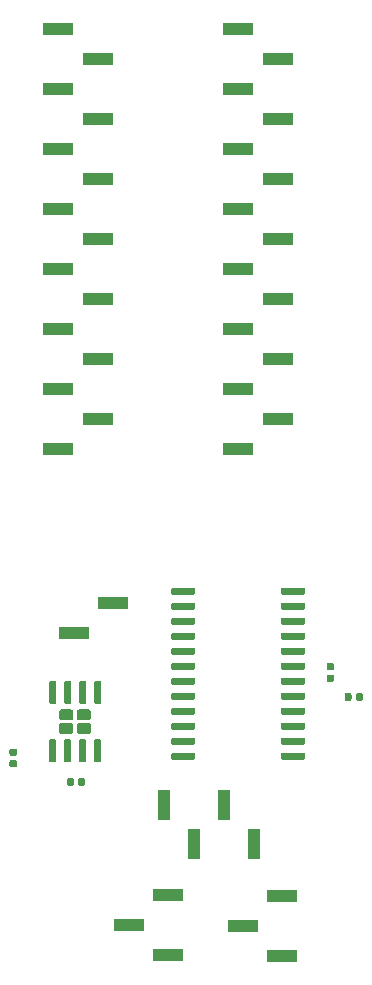
<source format=gbr>
G04 #@! TF.GenerationSoftware,KiCad,Pcbnew,(5.1.4-0-10_14)*
G04 #@! TF.CreationDate,2019-12-22T09:42:40+01:00*
G04 #@! TF.ProjectId,JETT_SELECT_Panel,4a455454-5f53-4454-9c45-43545f50616e,-*
G04 #@! TF.SameCoordinates,Original*
G04 #@! TF.FileFunction,Paste,Bot*
G04 #@! TF.FilePolarity,Positive*
%FSLAX46Y46*%
G04 Gerber Fmt 4.6, Leading zero omitted, Abs format (unit mm)*
G04 Created by KiCad (PCBNEW (5.1.4-0-10_14)) date 2019-12-22 09:42:40*
%MOMM*%
%LPD*%
G04 APERTURE LIST*
%ADD10R,2.510000X1.000000*%
%ADD11C,0.100000*%
%ADD12C,0.590000*%
%ADD13C,0.600000*%
%ADD14C,0.920000*%
%ADD15R,1.000000X2.510000*%
G04 APERTURE END LIST*
D10*
X95861950Y-140849350D03*
X99171950Y-143389350D03*
X99171950Y-138309350D03*
D11*
G36*
X113121708Y-118657860D02*
G01*
X113136026Y-118659984D01*
X113150067Y-118663501D01*
X113163696Y-118668378D01*
X113176781Y-118674567D01*
X113189197Y-118682008D01*
X113200823Y-118690631D01*
X113211548Y-118700352D01*
X113221269Y-118711077D01*
X113229892Y-118722703D01*
X113237333Y-118735119D01*
X113243522Y-118748204D01*
X113248399Y-118761833D01*
X113251916Y-118775874D01*
X113254040Y-118790192D01*
X113254750Y-118804650D01*
X113254750Y-119099650D01*
X113254040Y-119114108D01*
X113251916Y-119128426D01*
X113248399Y-119142467D01*
X113243522Y-119156096D01*
X113237333Y-119169181D01*
X113229892Y-119181597D01*
X113221269Y-119193223D01*
X113211548Y-119203948D01*
X113200823Y-119213669D01*
X113189197Y-119222292D01*
X113176781Y-119229733D01*
X113163696Y-119235922D01*
X113150067Y-119240799D01*
X113136026Y-119244316D01*
X113121708Y-119246440D01*
X113107250Y-119247150D01*
X112762250Y-119247150D01*
X112747792Y-119246440D01*
X112733474Y-119244316D01*
X112719433Y-119240799D01*
X112705804Y-119235922D01*
X112692719Y-119229733D01*
X112680303Y-119222292D01*
X112668677Y-119213669D01*
X112657952Y-119203948D01*
X112648231Y-119193223D01*
X112639608Y-119181597D01*
X112632167Y-119169181D01*
X112625978Y-119156096D01*
X112621101Y-119142467D01*
X112617584Y-119128426D01*
X112615460Y-119114108D01*
X112614750Y-119099650D01*
X112614750Y-118804650D01*
X112615460Y-118790192D01*
X112617584Y-118775874D01*
X112621101Y-118761833D01*
X112625978Y-118748204D01*
X112632167Y-118735119D01*
X112639608Y-118722703D01*
X112648231Y-118711077D01*
X112657952Y-118700352D01*
X112668677Y-118690631D01*
X112680303Y-118682008D01*
X112692719Y-118674567D01*
X112705804Y-118668378D01*
X112719433Y-118663501D01*
X112733474Y-118659984D01*
X112747792Y-118657860D01*
X112762250Y-118657150D01*
X113107250Y-118657150D01*
X113121708Y-118657860D01*
X113121708Y-118657860D01*
G37*
D12*
X112934750Y-118952150D03*
D11*
G36*
X113121708Y-119627860D02*
G01*
X113136026Y-119629984D01*
X113150067Y-119633501D01*
X113163696Y-119638378D01*
X113176781Y-119644567D01*
X113189197Y-119652008D01*
X113200823Y-119660631D01*
X113211548Y-119670352D01*
X113221269Y-119681077D01*
X113229892Y-119692703D01*
X113237333Y-119705119D01*
X113243522Y-119718204D01*
X113248399Y-119731833D01*
X113251916Y-119745874D01*
X113254040Y-119760192D01*
X113254750Y-119774650D01*
X113254750Y-120069650D01*
X113254040Y-120084108D01*
X113251916Y-120098426D01*
X113248399Y-120112467D01*
X113243522Y-120126096D01*
X113237333Y-120139181D01*
X113229892Y-120151597D01*
X113221269Y-120163223D01*
X113211548Y-120173948D01*
X113200823Y-120183669D01*
X113189197Y-120192292D01*
X113176781Y-120199733D01*
X113163696Y-120205922D01*
X113150067Y-120210799D01*
X113136026Y-120214316D01*
X113121708Y-120216440D01*
X113107250Y-120217150D01*
X112762250Y-120217150D01*
X112747792Y-120216440D01*
X112733474Y-120214316D01*
X112719433Y-120210799D01*
X112705804Y-120205922D01*
X112692719Y-120199733D01*
X112680303Y-120192292D01*
X112668677Y-120183669D01*
X112657952Y-120173948D01*
X112648231Y-120163223D01*
X112639608Y-120151597D01*
X112632167Y-120139181D01*
X112625978Y-120126096D01*
X112621101Y-120112467D01*
X112617584Y-120098426D01*
X112615460Y-120084108D01*
X112614750Y-120069650D01*
X112614750Y-119774650D01*
X112615460Y-119760192D01*
X112617584Y-119745874D01*
X112621101Y-119731833D01*
X112625978Y-119718204D01*
X112632167Y-119705119D01*
X112639608Y-119692703D01*
X112648231Y-119681077D01*
X112657952Y-119670352D01*
X112668677Y-119660631D01*
X112680303Y-119652008D01*
X112692719Y-119644567D01*
X112705804Y-119638378D01*
X112719433Y-119633501D01*
X112733474Y-119629984D01*
X112747792Y-119627860D01*
X112762250Y-119627150D01*
X113107250Y-119627150D01*
X113121708Y-119627860D01*
X113121708Y-119627860D01*
G37*
D12*
X112934750Y-119922150D03*
D11*
G36*
X89579053Y-125103472D02*
G01*
X89593614Y-125105632D01*
X89607893Y-125109209D01*
X89621753Y-125114168D01*
X89635060Y-125120462D01*
X89647686Y-125128030D01*
X89659509Y-125136798D01*
X89670416Y-125146684D01*
X89680302Y-125157591D01*
X89689070Y-125169414D01*
X89696638Y-125182040D01*
X89702932Y-125195347D01*
X89707891Y-125209207D01*
X89711468Y-125223486D01*
X89713628Y-125238047D01*
X89714350Y-125252750D01*
X89714350Y-126902750D01*
X89713628Y-126917453D01*
X89711468Y-126932014D01*
X89707891Y-126946293D01*
X89702932Y-126960153D01*
X89696638Y-126973460D01*
X89689070Y-126986086D01*
X89680302Y-126997909D01*
X89670416Y-127008816D01*
X89659509Y-127018702D01*
X89647686Y-127027470D01*
X89635060Y-127035038D01*
X89621753Y-127041332D01*
X89607893Y-127046291D01*
X89593614Y-127049868D01*
X89579053Y-127052028D01*
X89564350Y-127052750D01*
X89264350Y-127052750D01*
X89249647Y-127052028D01*
X89235086Y-127049868D01*
X89220807Y-127046291D01*
X89206947Y-127041332D01*
X89193640Y-127035038D01*
X89181014Y-127027470D01*
X89169191Y-127018702D01*
X89158284Y-127008816D01*
X89148398Y-126997909D01*
X89139630Y-126986086D01*
X89132062Y-126973460D01*
X89125768Y-126960153D01*
X89120809Y-126946293D01*
X89117232Y-126932014D01*
X89115072Y-126917453D01*
X89114350Y-126902750D01*
X89114350Y-125252750D01*
X89115072Y-125238047D01*
X89117232Y-125223486D01*
X89120809Y-125209207D01*
X89125768Y-125195347D01*
X89132062Y-125182040D01*
X89139630Y-125169414D01*
X89148398Y-125157591D01*
X89158284Y-125146684D01*
X89169191Y-125136798D01*
X89181014Y-125128030D01*
X89193640Y-125120462D01*
X89206947Y-125114168D01*
X89220807Y-125109209D01*
X89235086Y-125105632D01*
X89249647Y-125103472D01*
X89264350Y-125102750D01*
X89564350Y-125102750D01*
X89579053Y-125103472D01*
X89579053Y-125103472D01*
G37*
D13*
X89414350Y-126077750D03*
D11*
G36*
X90849053Y-125103472D02*
G01*
X90863614Y-125105632D01*
X90877893Y-125109209D01*
X90891753Y-125114168D01*
X90905060Y-125120462D01*
X90917686Y-125128030D01*
X90929509Y-125136798D01*
X90940416Y-125146684D01*
X90950302Y-125157591D01*
X90959070Y-125169414D01*
X90966638Y-125182040D01*
X90972932Y-125195347D01*
X90977891Y-125209207D01*
X90981468Y-125223486D01*
X90983628Y-125238047D01*
X90984350Y-125252750D01*
X90984350Y-126902750D01*
X90983628Y-126917453D01*
X90981468Y-126932014D01*
X90977891Y-126946293D01*
X90972932Y-126960153D01*
X90966638Y-126973460D01*
X90959070Y-126986086D01*
X90950302Y-126997909D01*
X90940416Y-127008816D01*
X90929509Y-127018702D01*
X90917686Y-127027470D01*
X90905060Y-127035038D01*
X90891753Y-127041332D01*
X90877893Y-127046291D01*
X90863614Y-127049868D01*
X90849053Y-127052028D01*
X90834350Y-127052750D01*
X90534350Y-127052750D01*
X90519647Y-127052028D01*
X90505086Y-127049868D01*
X90490807Y-127046291D01*
X90476947Y-127041332D01*
X90463640Y-127035038D01*
X90451014Y-127027470D01*
X90439191Y-127018702D01*
X90428284Y-127008816D01*
X90418398Y-126997909D01*
X90409630Y-126986086D01*
X90402062Y-126973460D01*
X90395768Y-126960153D01*
X90390809Y-126946293D01*
X90387232Y-126932014D01*
X90385072Y-126917453D01*
X90384350Y-126902750D01*
X90384350Y-125252750D01*
X90385072Y-125238047D01*
X90387232Y-125223486D01*
X90390809Y-125209207D01*
X90395768Y-125195347D01*
X90402062Y-125182040D01*
X90409630Y-125169414D01*
X90418398Y-125157591D01*
X90428284Y-125146684D01*
X90439191Y-125136798D01*
X90451014Y-125128030D01*
X90463640Y-125120462D01*
X90476947Y-125114168D01*
X90490807Y-125109209D01*
X90505086Y-125105632D01*
X90519647Y-125103472D01*
X90534350Y-125102750D01*
X90834350Y-125102750D01*
X90849053Y-125103472D01*
X90849053Y-125103472D01*
G37*
D13*
X90684350Y-126077750D03*
D11*
G36*
X92119053Y-125103472D02*
G01*
X92133614Y-125105632D01*
X92147893Y-125109209D01*
X92161753Y-125114168D01*
X92175060Y-125120462D01*
X92187686Y-125128030D01*
X92199509Y-125136798D01*
X92210416Y-125146684D01*
X92220302Y-125157591D01*
X92229070Y-125169414D01*
X92236638Y-125182040D01*
X92242932Y-125195347D01*
X92247891Y-125209207D01*
X92251468Y-125223486D01*
X92253628Y-125238047D01*
X92254350Y-125252750D01*
X92254350Y-126902750D01*
X92253628Y-126917453D01*
X92251468Y-126932014D01*
X92247891Y-126946293D01*
X92242932Y-126960153D01*
X92236638Y-126973460D01*
X92229070Y-126986086D01*
X92220302Y-126997909D01*
X92210416Y-127008816D01*
X92199509Y-127018702D01*
X92187686Y-127027470D01*
X92175060Y-127035038D01*
X92161753Y-127041332D01*
X92147893Y-127046291D01*
X92133614Y-127049868D01*
X92119053Y-127052028D01*
X92104350Y-127052750D01*
X91804350Y-127052750D01*
X91789647Y-127052028D01*
X91775086Y-127049868D01*
X91760807Y-127046291D01*
X91746947Y-127041332D01*
X91733640Y-127035038D01*
X91721014Y-127027470D01*
X91709191Y-127018702D01*
X91698284Y-127008816D01*
X91688398Y-126997909D01*
X91679630Y-126986086D01*
X91672062Y-126973460D01*
X91665768Y-126960153D01*
X91660809Y-126946293D01*
X91657232Y-126932014D01*
X91655072Y-126917453D01*
X91654350Y-126902750D01*
X91654350Y-125252750D01*
X91655072Y-125238047D01*
X91657232Y-125223486D01*
X91660809Y-125209207D01*
X91665768Y-125195347D01*
X91672062Y-125182040D01*
X91679630Y-125169414D01*
X91688398Y-125157591D01*
X91698284Y-125146684D01*
X91709191Y-125136798D01*
X91721014Y-125128030D01*
X91733640Y-125120462D01*
X91746947Y-125114168D01*
X91760807Y-125109209D01*
X91775086Y-125105632D01*
X91789647Y-125103472D01*
X91804350Y-125102750D01*
X92104350Y-125102750D01*
X92119053Y-125103472D01*
X92119053Y-125103472D01*
G37*
D13*
X91954350Y-126077750D03*
D11*
G36*
X93389053Y-125103472D02*
G01*
X93403614Y-125105632D01*
X93417893Y-125109209D01*
X93431753Y-125114168D01*
X93445060Y-125120462D01*
X93457686Y-125128030D01*
X93469509Y-125136798D01*
X93480416Y-125146684D01*
X93490302Y-125157591D01*
X93499070Y-125169414D01*
X93506638Y-125182040D01*
X93512932Y-125195347D01*
X93517891Y-125209207D01*
X93521468Y-125223486D01*
X93523628Y-125238047D01*
X93524350Y-125252750D01*
X93524350Y-126902750D01*
X93523628Y-126917453D01*
X93521468Y-126932014D01*
X93517891Y-126946293D01*
X93512932Y-126960153D01*
X93506638Y-126973460D01*
X93499070Y-126986086D01*
X93490302Y-126997909D01*
X93480416Y-127008816D01*
X93469509Y-127018702D01*
X93457686Y-127027470D01*
X93445060Y-127035038D01*
X93431753Y-127041332D01*
X93417893Y-127046291D01*
X93403614Y-127049868D01*
X93389053Y-127052028D01*
X93374350Y-127052750D01*
X93074350Y-127052750D01*
X93059647Y-127052028D01*
X93045086Y-127049868D01*
X93030807Y-127046291D01*
X93016947Y-127041332D01*
X93003640Y-127035038D01*
X92991014Y-127027470D01*
X92979191Y-127018702D01*
X92968284Y-127008816D01*
X92958398Y-126997909D01*
X92949630Y-126986086D01*
X92942062Y-126973460D01*
X92935768Y-126960153D01*
X92930809Y-126946293D01*
X92927232Y-126932014D01*
X92925072Y-126917453D01*
X92924350Y-126902750D01*
X92924350Y-125252750D01*
X92925072Y-125238047D01*
X92927232Y-125223486D01*
X92930809Y-125209207D01*
X92935768Y-125195347D01*
X92942062Y-125182040D01*
X92949630Y-125169414D01*
X92958398Y-125157591D01*
X92968284Y-125146684D01*
X92979191Y-125136798D01*
X92991014Y-125128030D01*
X93003640Y-125120462D01*
X93016947Y-125114168D01*
X93030807Y-125109209D01*
X93045086Y-125105632D01*
X93059647Y-125103472D01*
X93074350Y-125102750D01*
X93374350Y-125102750D01*
X93389053Y-125103472D01*
X93389053Y-125103472D01*
G37*
D13*
X93224350Y-126077750D03*
D11*
G36*
X93389053Y-120153472D02*
G01*
X93403614Y-120155632D01*
X93417893Y-120159209D01*
X93431753Y-120164168D01*
X93445060Y-120170462D01*
X93457686Y-120178030D01*
X93469509Y-120186798D01*
X93480416Y-120196684D01*
X93490302Y-120207591D01*
X93499070Y-120219414D01*
X93506638Y-120232040D01*
X93512932Y-120245347D01*
X93517891Y-120259207D01*
X93521468Y-120273486D01*
X93523628Y-120288047D01*
X93524350Y-120302750D01*
X93524350Y-121952750D01*
X93523628Y-121967453D01*
X93521468Y-121982014D01*
X93517891Y-121996293D01*
X93512932Y-122010153D01*
X93506638Y-122023460D01*
X93499070Y-122036086D01*
X93490302Y-122047909D01*
X93480416Y-122058816D01*
X93469509Y-122068702D01*
X93457686Y-122077470D01*
X93445060Y-122085038D01*
X93431753Y-122091332D01*
X93417893Y-122096291D01*
X93403614Y-122099868D01*
X93389053Y-122102028D01*
X93374350Y-122102750D01*
X93074350Y-122102750D01*
X93059647Y-122102028D01*
X93045086Y-122099868D01*
X93030807Y-122096291D01*
X93016947Y-122091332D01*
X93003640Y-122085038D01*
X92991014Y-122077470D01*
X92979191Y-122068702D01*
X92968284Y-122058816D01*
X92958398Y-122047909D01*
X92949630Y-122036086D01*
X92942062Y-122023460D01*
X92935768Y-122010153D01*
X92930809Y-121996293D01*
X92927232Y-121982014D01*
X92925072Y-121967453D01*
X92924350Y-121952750D01*
X92924350Y-120302750D01*
X92925072Y-120288047D01*
X92927232Y-120273486D01*
X92930809Y-120259207D01*
X92935768Y-120245347D01*
X92942062Y-120232040D01*
X92949630Y-120219414D01*
X92958398Y-120207591D01*
X92968284Y-120196684D01*
X92979191Y-120186798D01*
X92991014Y-120178030D01*
X93003640Y-120170462D01*
X93016947Y-120164168D01*
X93030807Y-120159209D01*
X93045086Y-120155632D01*
X93059647Y-120153472D01*
X93074350Y-120152750D01*
X93374350Y-120152750D01*
X93389053Y-120153472D01*
X93389053Y-120153472D01*
G37*
D13*
X93224350Y-121127750D03*
D11*
G36*
X92119053Y-120153472D02*
G01*
X92133614Y-120155632D01*
X92147893Y-120159209D01*
X92161753Y-120164168D01*
X92175060Y-120170462D01*
X92187686Y-120178030D01*
X92199509Y-120186798D01*
X92210416Y-120196684D01*
X92220302Y-120207591D01*
X92229070Y-120219414D01*
X92236638Y-120232040D01*
X92242932Y-120245347D01*
X92247891Y-120259207D01*
X92251468Y-120273486D01*
X92253628Y-120288047D01*
X92254350Y-120302750D01*
X92254350Y-121952750D01*
X92253628Y-121967453D01*
X92251468Y-121982014D01*
X92247891Y-121996293D01*
X92242932Y-122010153D01*
X92236638Y-122023460D01*
X92229070Y-122036086D01*
X92220302Y-122047909D01*
X92210416Y-122058816D01*
X92199509Y-122068702D01*
X92187686Y-122077470D01*
X92175060Y-122085038D01*
X92161753Y-122091332D01*
X92147893Y-122096291D01*
X92133614Y-122099868D01*
X92119053Y-122102028D01*
X92104350Y-122102750D01*
X91804350Y-122102750D01*
X91789647Y-122102028D01*
X91775086Y-122099868D01*
X91760807Y-122096291D01*
X91746947Y-122091332D01*
X91733640Y-122085038D01*
X91721014Y-122077470D01*
X91709191Y-122068702D01*
X91698284Y-122058816D01*
X91688398Y-122047909D01*
X91679630Y-122036086D01*
X91672062Y-122023460D01*
X91665768Y-122010153D01*
X91660809Y-121996293D01*
X91657232Y-121982014D01*
X91655072Y-121967453D01*
X91654350Y-121952750D01*
X91654350Y-120302750D01*
X91655072Y-120288047D01*
X91657232Y-120273486D01*
X91660809Y-120259207D01*
X91665768Y-120245347D01*
X91672062Y-120232040D01*
X91679630Y-120219414D01*
X91688398Y-120207591D01*
X91698284Y-120196684D01*
X91709191Y-120186798D01*
X91721014Y-120178030D01*
X91733640Y-120170462D01*
X91746947Y-120164168D01*
X91760807Y-120159209D01*
X91775086Y-120155632D01*
X91789647Y-120153472D01*
X91804350Y-120152750D01*
X92104350Y-120152750D01*
X92119053Y-120153472D01*
X92119053Y-120153472D01*
G37*
D13*
X91954350Y-121127750D03*
D11*
G36*
X90849053Y-120153472D02*
G01*
X90863614Y-120155632D01*
X90877893Y-120159209D01*
X90891753Y-120164168D01*
X90905060Y-120170462D01*
X90917686Y-120178030D01*
X90929509Y-120186798D01*
X90940416Y-120196684D01*
X90950302Y-120207591D01*
X90959070Y-120219414D01*
X90966638Y-120232040D01*
X90972932Y-120245347D01*
X90977891Y-120259207D01*
X90981468Y-120273486D01*
X90983628Y-120288047D01*
X90984350Y-120302750D01*
X90984350Y-121952750D01*
X90983628Y-121967453D01*
X90981468Y-121982014D01*
X90977891Y-121996293D01*
X90972932Y-122010153D01*
X90966638Y-122023460D01*
X90959070Y-122036086D01*
X90950302Y-122047909D01*
X90940416Y-122058816D01*
X90929509Y-122068702D01*
X90917686Y-122077470D01*
X90905060Y-122085038D01*
X90891753Y-122091332D01*
X90877893Y-122096291D01*
X90863614Y-122099868D01*
X90849053Y-122102028D01*
X90834350Y-122102750D01*
X90534350Y-122102750D01*
X90519647Y-122102028D01*
X90505086Y-122099868D01*
X90490807Y-122096291D01*
X90476947Y-122091332D01*
X90463640Y-122085038D01*
X90451014Y-122077470D01*
X90439191Y-122068702D01*
X90428284Y-122058816D01*
X90418398Y-122047909D01*
X90409630Y-122036086D01*
X90402062Y-122023460D01*
X90395768Y-122010153D01*
X90390809Y-121996293D01*
X90387232Y-121982014D01*
X90385072Y-121967453D01*
X90384350Y-121952750D01*
X90384350Y-120302750D01*
X90385072Y-120288047D01*
X90387232Y-120273486D01*
X90390809Y-120259207D01*
X90395768Y-120245347D01*
X90402062Y-120232040D01*
X90409630Y-120219414D01*
X90418398Y-120207591D01*
X90428284Y-120196684D01*
X90439191Y-120186798D01*
X90451014Y-120178030D01*
X90463640Y-120170462D01*
X90476947Y-120164168D01*
X90490807Y-120159209D01*
X90505086Y-120155632D01*
X90519647Y-120153472D01*
X90534350Y-120152750D01*
X90834350Y-120152750D01*
X90849053Y-120153472D01*
X90849053Y-120153472D01*
G37*
D13*
X90684350Y-121127750D03*
D11*
G36*
X89579053Y-120153472D02*
G01*
X89593614Y-120155632D01*
X89607893Y-120159209D01*
X89621753Y-120164168D01*
X89635060Y-120170462D01*
X89647686Y-120178030D01*
X89659509Y-120186798D01*
X89670416Y-120196684D01*
X89680302Y-120207591D01*
X89689070Y-120219414D01*
X89696638Y-120232040D01*
X89702932Y-120245347D01*
X89707891Y-120259207D01*
X89711468Y-120273486D01*
X89713628Y-120288047D01*
X89714350Y-120302750D01*
X89714350Y-121952750D01*
X89713628Y-121967453D01*
X89711468Y-121982014D01*
X89707891Y-121996293D01*
X89702932Y-122010153D01*
X89696638Y-122023460D01*
X89689070Y-122036086D01*
X89680302Y-122047909D01*
X89670416Y-122058816D01*
X89659509Y-122068702D01*
X89647686Y-122077470D01*
X89635060Y-122085038D01*
X89621753Y-122091332D01*
X89607893Y-122096291D01*
X89593614Y-122099868D01*
X89579053Y-122102028D01*
X89564350Y-122102750D01*
X89264350Y-122102750D01*
X89249647Y-122102028D01*
X89235086Y-122099868D01*
X89220807Y-122096291D01*
X89206947Y-122091332D01*
X89193640Y-122085038D01*
X89181014Y-122077470D01*
X89169191Y-122068702D01*
X89158284Y-122058816D01*
X89148398Y-122047909D01*
X89139630Y-122036086D01*
X89132062Y-122023460D01*
X89125768Y-122010153D01*
X89120809Y-121996293D01*
X89117232Y-121982014D01*
X89115072Y-121967453D01*
X89114350Y-121952750D01*
X89114350Y-120302750D01*
X89115072Y-120288047D01*
X89117232Y-120273486D01*
X89120809Y-120259207D01*
X89125768Y-120245347D01*
X89132062Y-120232040D01*
X89139630Y-120219414D01*
X89148398Y-120207591D01*
X89158284Y-120196684D01*
X89169191Y-120186798D01*
X89181014Y-120178030D01*
X89193640Y-120170462D01*
X89206947Y-120164168D01*
X89220807Y-120159209D01*
X89235086Y-120155632D01*
X89249647Y-120153472D01*
X89264350Y-120152750D01*
X89564350Y-120152750D01*
X89579053Y-120153472D01*
X89579053Y-120153472D01*
G37*
D13*
X89414350Y-121127750D03*
D11*
G36*
X92466894Y-123713858D02*
G01*
X92489221Y-123717169D01*
X92511115Y-123722654D01*
X92532367Y-123730258D01*
X92552771Y-123739908D01*
X92572131Y-123751512D01*
X92590260Y-123764958D01*
X92606985Y-123780115D01*
X92622142Y-123796840D01*
X92635588Y-123814969D01*
X92647192Y-123834329D01*
X92656842Y-123854733D01*
X92664446Y-123875985D01*
X92669931Y-123897879D01*
X92673242Y-123920206D01*
X92674350Y-123942750D01*
X92674350Y-124402750D01*
X92673242Y-124425294D01*
X92669931Y-124447621D01*
X92664446Y-124469515D01*
X92656842Y-124490767D01*
X92647192Y-124511171D01*
X92635588Y-124530531D01*
X92622142Y-124548660D01*
X92606985Y-124565385D01*
X92590260Y-124580542D01*
X92572131Y-124593988D01*
X92552771Y-124605592D01*
X92532367Y-124615242D01*
X92511115Y-124622846D01*
X92489221Y-124628331D01*
X92466894Y-124631642D01*
X92444350Y-124632750D01*
X91694350Y-124632750D01*
X91671806Y-124631642D01*
X91649479Y-124628331D01*
X91627585Y-124622846D01*
X91606333Y-124615242D01*
X91585929Y-124605592D01*
X91566569Y-124593988D01*
X91548440Y-124580542D01*
X91531715Y-124565385D01*
X91516558Y-124548660D01*
X91503112Y-124530531D01*
X91491508Y-124511171D01*
X91481858Y-124490767D01*
X91474254Y-124469515D01*
X91468769Y-124447621D01*
X91465458Y-124425294D01*
X91464350Y-124402750D01*
X91464350Y-123942750D01*
X91465458Y-123920206D01*
X91468769Y-123897879D01*
X91474254Y-123875985D01*
X91481858Y-123854733D01*
X91491508Y-123834329D01*
X91503112Y-123814969D01*
X91516558Y-123796840D01*
X91531715Y-123780115D01*
X91548440Y-123764958D01*
X91566569Y-123751512D01*
X91585929Y-123739908D01*
X91606333Y-123730258D01*
X91627585Y-123722654D01*
X91649479Y-123717169D01*
X91671806Y-123713858D01*
X91694350Y-123712750D01*
X92444350Y-123712750D01*
X92466894Y-123713858D01*
X92466894Y-123713858D01*
G37*
D14*
X92069350Y-124172750D03*
D11*
G36*
X90966894Y-123713858D02*
G01*
X90989221Y-123717169D01*
X91011115Y-123722654D01*
X91032367Y-123730258D01*
X91052771Y-123739908D01*
X91072131Y-123751512D01*
X91090260Y-123764958D01*
X91106985Y-123780115D01*
X91122142Y-123796840D01*
X91135588Y-123814969D01*
X91147192Y-123834329D01*
X91156842Y-123854733D01*
X91164446Y-123875985D01*
X91169931Y-123897879D01*
X91173242Y-123920206D01*
X91174350Y-123942750D01*
X91174350Y-124402750D01*
X91173242Y-124425294D01*
X91169931Y-124447621D01*
X91164446Y-124469515D01*
X91156842Y-124490767D01*
X91147192Y-124511171D01*
X91135588Y-124530531D01*
X91122142Y-124548660D01*
X91106985Y-124565385D01*
X91090260Y-124580542D01*
X91072131Y-124593988D01*
X91052771Y-124605592D01*
X91032367Y-124615242D01*
X91011115Y-124622846D01*
X90989221Y-124628331D01*
X90966894Y-124631642D01*
X90944350Y-124632750D01*
X90194350Y-124632750D01*
X90171806Y-124631642D01*
X90149479Y-124628331D01*
X90127585Y-124622846D01*
X90106333Y-124615242D01*
X90085929Y-124605592D01*
X90066569Y-124593988D01*
X90048440Y-124580542D01*
X90031715Y-124565385D01*
X90016558Y-124548660D01*
X90003112Y-124530531D01*
X89991508Y-124511171D01*
X89981858Y-124490767D01*
X89974254Y-124469515D01*
X89968769Y-124447621D01*
X89965458Y-124425294D01*
X89964350Y-124402750D01*
X89964350Y-123942750D01*
X89965458Y-123920206D01*
X89968769Y-123897879D01*
X89974254Y-123875985D01*
X89981858Y-123854733D01*
X89991508Y-123834329D01*
X90003112Y-123814969D01*
X90016558Y-123796840D01*
X90031715Y-123780115D01*
X90048440Y-123764958D01*
X90066569Y-123751512D01*
X90085929Y-123739908D01*
X90106333Y-123730258D01*
X90127585Y-123722654D01*
X90149479Y-123717169D01*
X90171806Y-123713858D01*
X90194350Y-123712750D01*
X90944350Y-123712750D01*
X90966894Y-123713858D01*
X90966894Y-123713858D01*
G37*
D14*
X90569350Y-124172750D03*
D11*
G36*
X92466894Y-122573858D02*
G01*
X92489221Y-122577169D01*
X92511115Y-122582654D01*
X92532367Y-122590258D01*
X92552771Y-122599908D01*
X92572131Y-122611512D01*
X92590260Y-122624958D01*
X92606985Y-122640115D01*
X92622142Y-122656840D01*
X92635588Y-122674969D01*
X92647192Y-122694329D01*
X92656842Y-122714733D01*
X92664446Y-122735985D01*
X92669931Y-122757879D01*
X92673242Y-122780206D01*
X92674350Y-122802750D01*
X92674350Y-123262750D01*
X92673242Y-123285294D01*
X92669931Y-123307621D01*
X92664446Y-123329515D01*
X92656842Y-123350767D01*
X92647192Y-123371171D01*
X92635588Y-123390531D01*
X92622142Y-123408660D01*
X92606985Y-123425385D01*
X92590260Y-123440542D01*
X92572131Y-123453988D01*
X92552771Y-123465592D01*
X92532367Y-123475242D01*
X92511115Y-123482846D01*
X92489221Y-123488331D01*
X92466894Y-123491642D01*
X92444350Y-123492750D01*
X91694350Y-123492750D01*
X91671806Y-123491642D01*
X91649479Y-123488331D01*
X91627585Y-123482846D01*
X91606333Y-123475242D01*
X91585929Y-123465592D01*
X91566569Y-123453988D01*
X91548440Y-123440542D01*
X91531715Y-123425385D01*
X91516558Y-123408660D01*
X91503112Y-123390531D01*
X91491508Y-123371171D01*
X91481858Y-123350767D01*
X91474254Y-123329515D01*
X91468769Y-123307621D01*
X91465458Y-123285294D01*
X91464350Y-123262750D01*
X91464350Y-122802750D01*
X91465458Y-122780206D01*
X91468769Y-122757879D01*
X91474254Y-122735985D01*
X91481858Y-122714733D01*
X91491508Y-122694329D01*
X91503112Y-122674969D01*
X91516558Y-122656840D01*
X91531715Y-122640115D01*
X91548440Y-122624958D01*
X91566569Y-122611512D01*
X91585929Y-122599908D01*
X91606333Y-122590258D01*
X91627585Y-122582654D01*
X91649479Y-122577169D01*
X91671806Y-122573858D01*
X91694350Y-122572750D01*
X92444350Y-122572750D01*
X92466894Y-122573858D01*
X92466894Y-122573858D01*
G37*
D14*
X92069350Y-123032750D03*
D11*
G36*
X90966894Y-122573858D02*
G01*
X90989221Y-122577169D01*
X91011115Y-122582654D01*
X91032367Y-122590258D01*
X91052771Y-122599908D01*
X91072131Y-122611512D01*
X91090260Y-122624958D01*
X91106985Y-122640115D01*
X91122142Y-122656840D01*
X91135588Y-122674969D01*
X91147192Y-122694329D01*
X91156842Y-122714733D01*
X91164446Y-122735985D01*
X91169931Y-122757879D01*
X91173242Y-122780206D01*
X91174350Y-122802750D01*
X91174350Y-123262750D01*
X91173242Y-123285294D01*
X91169931Y-123307621D01*
X91164446Y-123329515D01*
X91156842Y-123350767D01*
X91147192Y-123371171D01*
X91135588Y-123390531D01*
X91122142Y-123408660D01*
X91106985Y-123425385D01*
X91090260Y-123440542D01*
X91072131Y-123453988D01*
X91052771Y-123465592D01*
X91032367Y-123475242D01*
X91011115Y-123482846D01*
X90989221Y-123488331D01*
X90966894Y-123491642D01*
X90944350Y-123492750D01*
X90194350Y-123492750D01*
X90171806Y-123491642D01*
X90149479Y-123488331D01*
X90127585Y-123482846D01*
X90106333Y-123475242D01*
X90085929Y-123465592D01*
X90066569Y-123453988D01*
X90048440Y-123440542D01*
X90031715Y-123425385D01*
X90016558Y-123408660D01*
X90003112Y-123390531D01*
X89991508Y-123371171D01*
X89981858Y-123350767D01*
X89974254Y-123329515D01*
X89968769Y-123307621D01*
X89965458Y-123285294D01*
X89964350Y-123262750D01*
X89964350Y-122802750D01*
X89965458Y-122780206D01*
X89968769Y-122757879D01*
X89974254Y-122735985D01*
X89981858Y-122714733D01*
X89991508Y-122694329D01*
X90003112Y-122674969D01*
X90016558Y-122656840D01*
X90031715Y-122640115D01*
X90048440Y-122624958D01*
X90066569Y-122611512D01*
X90085929Y-122599908D01*
X90106333Y-122590258D01*
X90127585Y-122582654D01*
X90149479Y-122577169D01*
X90171806Y-122573858D01*
X90194350Y-122572750D01*
X90944350Y-122572750D01*
X90966894Y-122573858D01*
X90966894Y-122573858D01*
G37*
D14*
X90569350Y-123032750D03*
D11*
G36*
X92042508Y-128388860D02*
G01*
X92056826Y-128390984D01*
X92070867Y-128394501D01*
X92084496Y-128399378D01*
X92097581Y-128405567D01*
X92109997Y-128413008D01*
X92121623Y-128421631D01*
X92132348Y-128431352D01*
X92142069Y-128442077D01*
X92150692Y-128453703D01*
X92158133Y-128466119D01*
X92164322Y-128479204D01*
X92169199Y-128492833D01*
X92172716Y-128506874D01*
X92174840Y-128521192D01*
X92175550Y-128535650D01*
X92175550Y-128880650D01*
X92174840Y-128895108D01*
X92172716Y-128909426D01*
X92169199Y-128923467D01*
X92164322Y-128937096D01*
X92158133Y-128950181D01*
X92150692Y-128962597D01*
X92142069Y-128974223D01*
X92132348Y-128984948D01*
X92121623Y-128994669D01*
X92109997Y-129003292D01*
X92097581Y-129010733D01*
X92084496Y-129016922D01*
X92070867Y-129021799D01*
X92056826Y-129025316D01*
X92042508Y-129027440D01*
X92028050Y-129028150D01*
X91733050Y-129028150D01*
X91718592Y-129027440D01*
X91704274Y-129025316D01*
X91690233Y-129021799D01*
X91676604Y-129016922D01*
X91663519Y-129010733D01*
X91651103Y-129003292D01*
X91639477Y-128994669D01*
X91628752Y-128984948D01*
X91619031Y-128974223D01*
X91610408Y-128962597D01*
X91602967Y-128950181D01*
X91596778Y-128937096D01*
X91591901Y-128923467D01*
X91588384Y-128909426D01*
X91586260Y-128895108D01*
X91585550Y-128880650D01*
X91585550Y-128535650D01*
X91586260Y-128521192D01*
X91588384Y-128506874D01*
X91591901Y-128492833D01*
X91596778Y-128479204D01*
X91602967Y-128466119D01*
X91610408Y-128453703D01*
X91619031Y-128442077D01*
X91628752Y-128431352D01*
X91639477Y-128421631D01*
X91651103Y-128413008D01*
X91663519Y-128405567D01*
X91676604Y-128399378D01*
X91690233Y-128394501D01*
X91704274Y-128390984D01*
X91718592Y-128388860D01*
X91733050Y-128388150D01*
X92028050Y-128388150D01*
X92042508Y-128388860D01*
X92042508Y-128388860D01*
G37*
D12*
X91880550Y-128708150D03*
D11*
G36*
X91072508Y-128388860D02*
G01*
X91086826Y-128390984D01*
X91100867Y-128394501D01*
X91114496Y-128399378D01*
X91127581Y-128405567D01*
X91139997Y-128413008D01*
X91151623Y-128421631D01*
X91162348Y-128431352D01*
X91172069Y-128442077D01*
X91180692Y-128453703D01*
X91188133Y-128466119D01*
X91194322Y-128479204D01*
X91199199Y-128492833D01*
X91202716Y-128506874D01*
X91204840Y-128521192D01*
X91205550Y-128535650D01*
X91205550Y-128880650D01*
X91204840Y-128895108D01*
X91202716Y-128909426D01*
X91199199Y-128923467D01*
X91194322Y-128937096D01*
X91188133Y-128950181D01*
X91180692Y-128962597D01*
X91172069Y-128974223D01*
X91162348Y-128984948D01*
X91151623Y-128994669D01*
X91139997Y-129003292D01*
X91127581Y-129010733D01*
X91114496Y-129016922D01*
X91100867Y-129021799D01*
X91086826Y-129025316D01*
X91072508Y-129027440D01*
X91058050Y-129028150D01*
X90763050Y-129028150D01*
X90748592Y-129027440D01*
X90734274Y-129025316D01*
X90720233Y-129021799D01*
X90706604Y-129016922D01*
X90693519Y-129010733D01*
X90681103Y-129003292D01*
X90669477Y-128994669D01*
X90658752Y-128984948D01*
X90649031Y-128974223D01*
X90640408Y-128962597D01*
X90632967Y-128950181D01*
X90626778Y-128937096D01*
X90621901Y-128923467D01*
X90618384Y-128909426D01*
X90616260Y-128895108D01*
X90615550Y-128880650D01*
X90615550Y-128535650D01*
X90616260Y-128521192D01*
X90618384Y-128506874D01*
X90621901Y-128492833D01*
X90626778Y-128479204D01*
X90632967Y-128466119D01*
X90640408Y-128453703D01*
X90649031Y-128442077D01*
X90658752Y-128431352D01*
X90669477Y-128421631D01*
X90681103Y-128413008D01*
X90693519Y-128405567D01*
X90706604Y-128399378D01*
X90720233Y-128394501D01*
X90734274Y-128390984D01*
X90748592Y-128388860D01*
X90763050Y-128388150D01*
X91058050Y-128388150D01*
X91072508Y-128388860D01*
X91072508Y-128388860D01*
G37*
D12*
X90910550Y-128708150D03*
D10*
X93228350Y-67519550D03*
X93228350Y-72599550D03*
X93228350Y-77679550D03*
X93228350Y-82759550D03*
X93228350Y-87839550D03*
X93228350Y-92919550D03*
X93228350Y-97999550D03*
X89918350Y-64979550D03*
X89918350Y-70059550D03*
X89918350Y-75139550D03*
X89918350Y-80219550D03*
X89918350Y-85299550D03*
X89918350Y-90379550D03*
X89918350Y-95459550D03*
X89918350Y-100539550D03*
X108468350Y-67519550D03*
X108468350Y-72599550D03*
X108468350Y-77679550D03*
X108468350Y-82759550D03*
X108468350Y-87839550D03*
X108468350Y-92919550D03*
X108468350Y-97999550D03*
X105158350Y-64979550D03*
X105158350Y-70059550D03*
X105158350Y-75139550D03*
X105158350Y-80219550D03*
X105158350Y-85299550D03*
X105158350Y-90379550D03*
X105158350Y-95459550D03*
X105158350Y-100539550D03*
D11*
G36*
X110676653Y-126224472D02*
G01*
X110691214Y-126226632D01*
X110705493Y-126230209D01*
X110719353Y-126235168D01*
X110732660Y-126241462D01*
X110745286Y-126249030D01*
X110757109Y-126257798D01*
X110768016Y-126267684D01*
X110777902Y-126278591D01*
X110786670Y-126290414D01*
X110794238Y-126303040D01*
X110800532Y-126316347D01*
X110805491Y-126330207D01*
X110809068Y-126344486D01*
X110811228Y-126359047D01*
X110811950Y-126373750D01*
X110811950Y-126673750D01*
X110811228Y-126688453D01*
X110809068Y-126703014D01*
X110805491Y-126717293D01*
X110800532Y-126731153D01*
X110794238Y-126744460D01*
X110786670Y-126757086D01*
X110777902Y-126768909D01*
X110768016Y-126779816D01*
X110757109Y-126789702D01*
X110745286Y-126798470D01*
X110732660Y-126806038D01*
X110719353Y-126812332D01*
X110705493Y-126817291D01*
X110691214Y-126820868D01*
X110676653Y-126823028D01*
X110661950Y-126823750D01*
X108911950Y-126823750D01*
X108897247Y-126823028D01*
X108882686Y-126820868D01*
X108868407Y-126817291D01*
X108854547Y-126812332D01*
X108841240Y-126806038D01*
X108828614Y-126798470D01*
X108816791Y-126789702D01*
X108805884Y-126779816D01*
X108795998Y-126768909D01*
X108787230Y-126757086D01*
X108779662Y-126744460D01*
X108773368Y-126731153D01*
X108768409Y-126717293D01*
X108764832Y-126703014D01*
X108762672Y-126688453D01*
X108761950Y-126673750D01*
X108761950Y-126373750D01*
X108762672Y-126359047D01*
X108764832Y-126344486D01*
X108768409Y-126330207D01*
X108773368Y-126316347D01*
X108779662Y-126303040D01*
X108787230Y-126290414D01*
X108795998Y-126278591D01*
X108805884Y-126267684D01*
X108816791Y-126257798D01*
X108828614Y-126249030D01*
X108841240Y-126241462D01*
X108854547Y-126235168D01*
X108868407Y-126230209D01*
X108882686Y-126226632D01*
X108897247Y-126224472D01*
X108911950Y-126223750D01*
X110661950Y-126223750D01*
X110676653Y-126224472D01*
X110676653Y-126224472D01*
G37*
D13*
X109786950Y-126523750D03*
D11*
G36*
X110676653Y-124954472D02*
G01*
X110691214Y-124956632D01*
X110705493Y-124960209D01*
X110719353Y-124965168D01*
X110732660Y-124971462D01*
X110745286Y-124979030D01*
X110757109Y-124987798D01*
X110768016Y-124997684D01*
X110777902Y-125008591D01*
X110786670Y-125020414D01*
X110794238Y-125033040D01*
X110800532Y-125046347D01*
X110805491Y-125060207D01*
X110809068Y-125074486D01*
X110811228Y-125089047D01*
X110811950Y-125103750D01*
X110811950Y-125403750D01*
X110811228Y-125418453D01*
X110809068Y-125433014D01*
X110805491Y-125447293D01*
X110800532Y-125461153D01*
X110794238Y-125474460D01*
X110786670Y-125487086D01*
X110777902Y-125498909D01*
X110768016Y-125509816D01*
X110757109Y-125519702D01*
X110745286Y-125528470D01*
X110732660Y-125536038D01*
X110719353Y-125542332D01*
X110705493Y-125547291D01*
X110691214Y-125550868D01*
X110676653Y-125553028D01*
X110661950Y-125553750D01*
X108911950Y-125553750D01*
X108897247Y-125553028D01*
X108882686Y-125550868D01*
X108868407Y-125547291D01*
X108854547Y-125542332D01*
X108841240Y-125536038D01*
X108828614Y-125528470D01*
X108816791Y-125519702D01*
X108805884Y-125509816D01*
X108795998Y-125498909D01*
X108787230Y-125487086D01*
X108779662Y-125474460D01*
X108773368Y-125461153D01*
X108768409Y-125447293D01*
X108764832Y-125433014D01*
X108762672Y-125418453D01*
X108761950Y-125403750D01*
X108761950Y-125103750D01*
X108762672Y-125089047D01*
X108764832Y-125074486D01*
X108768409Y-125060207D01*
X108773368Y-125046347D01*
X108779662Y-125033040D01*
X108787230Y-125020414D01*
X108795998Y-125008591D01*
X108805884Y-124997684D01*
X108816791Y-124987798D01*
X108828614Y-124979030D01*
X108841240Y-124971462D01*
X108854547Y-124965168D01*
X108868407Y-124960209D01*
X108882686Y-124956632D01*
X108897247Y-124954472D01*
X108911950Y-124953750D01*
X110661950Y-124953750D01*
X110676653Y-124954472D01*
X110676653Y-124954472D01*
G37*
D13*
X109786950Y-125253750D03*
D11*
G36*
X110676653Y-123684472D02*
G01*
X110691214Y-123686632D01*
X110705493Y-123690209D01*
X110719353Y-123695168D01*
X110732660Y-123701462D01*
X110745286Y-123709030D01*
X110757109Y-123717798D01*
X110768016Y-123727684D01*
X110777902Y-123738591D01*
X110786670Y-123750414D01*
X110794238Y-123763040D01*
X110800532Y-123776347D01*
X110805491Y-123790207D01*
X110809068Y-123804486D01*
X110811228Y-123819047D01*
X110811950Y-123833750D01*
X110811950Y-124133750D01*
X110811228Y-124148453D01*
X110809068Y-124163014D01*
X110805491Y-124177293D01*
X110800532Y-124191153D01*
X110794238Y-124204460D01*
X110786670Y-124217086D01*
X110777902Y-124228909D01*
X110768016Y-124239816D01*
X110757109Y-124249702D01*
X110745286Y-124258470D01*
X110732660Y-124266038D01*
X110719353Y-124272332D01*
X110705493Y-124277291D01*
X110691214Y-124280868D01*
X110676653Y-124283028D01*
X110661950Y-124283750D01*
X108911950Y-124283750D01*
X108897247Y-124283028D01*
X108882686Y-124280868D01*
X108868407Y-124277291D01*
X108854547Y-124272332D01*
X108841240Y-124266038D01*
X108828614Y-124258470D01*
X108816791Y-124249702D01*
X108805884Y-124239816D01*
X108795998Y-124228909D01*
X108787230Y-124217086D01*
X108779662Y-124204460D01*
X108773368Y-124191153D01*
X108768409Y-124177293D01*
X108764832Y-124163014D01*
X108762672Y-124148453D01*
X108761950Y-124133750D01*
X108761950Y-123833750D01*
X108762672Y-123819047D01*
X108764832Y-123804486D01*
X108768409Y-123790207D01*
X108773368Y-123776347D01*
X108779662Y-123763040D01*
X108787230Y-123750414D01*
X108795998Y-123738591D01*
X108805884Y-123727684D01*
X108816791Y-123717798D01*
X108828614Y-123709030D01*
X108841240Y-123701462D01*
X108854547Y-123695168D01*
X108868407Y-123690209D01*
X108882686Y-123686632D01*
X108897247Y-123684472D01*
X108911950Y-123683750D01*
X110661950Y-123683750D01*
X110676653Y-123684472D01*
X110676653Y-123684472D01*
G37*
D13*
X109786950Y-123983750D03*
D11*
G36*
X110676653Y-122414472D02*
G01*
X110691214Y-122416632D01*
X110705493Y-122420209D01*
X110719353Y-122425168D01*
X110732660Y-122431462D01*
X110745286Y-122439030D01*
X110757109Y-122447798D01*
X110768016Y-122457684D01*
X110777902Y-122468591D01*
X110786670Y-122480414D01*
X110794238Y-122493040D01*
X110800532Y-122506347D01*
X110805491Y-122520207D01*
X110809068Y-122534486D01*
X110811228Y-122549047D01*
X110811950Y-122563750D01*
X110811950Y-122863750D01*
X110811228Y-122878453D01*
X110809068Y-122893014D01*
X110805491Y-122907293D01*
X110800532Y-122921153D01*
X110794238Y-122934460D01*
X110786670Y-122947086D01*
X110777902Y-122958909D01*
X110768016Y-122969816D01*
X110757109Y-122979702D01*
X110745286Y-122988470D01*
X110732660Y-122996038D01*
X110719353Y-123002332D01*
X110705493Y-123007291D01*
X110691214Y-123010868D01*
X110676653Y-123013028D01*
X110661950Y-123013750D01*
X108911950Y-123013750D01*
X108897247Y-123013028D01*
X108882686Y-123010868D01*
X108868407Y-123007291D01*
X108854547Y-123002332D01*
X108841240Y-122996038D01*
X108828614Y-122988470D01*
X108816791Y-122979702D01*
X108805884Y-122969816D01*
X108795998Y-122958909D01*
X108787230Y-122947086D01*
X108779662Y-122934460D01*
X108773368Y-122921153D01*
X108768409Y-122907293D01*
X108764832Y-122893014D01*
X108762672Y-122878453D01*
X108761950Y-122863750D01*
X108761950Y-122563750D01*
X108762672Y-122549047D01*
X108764832Y-122534486D01*
X108768409Y-122520207D01*
X108773368Y-122506347D01*
X108779662Y-122493040D01*
X108787230Y-122480414D01*
X108795998Y-122468591D01*
X108805884Y-122457684D01*
X108816791Y-122447798D01*
X108828614Y-122439030D01*
X108841240Y-122431462D01*
X108854547Y-122425168D01*
X108868407Y-122420209D01*
X108882686Y-122416632D01*
X108897247Y-122414472D01*
X108911950Y-122413750D01*
X110661950Y-122413750D01*
X110676653Y-122414472D01*
X110676653Y-122414472D01*
G37*
D13*
X109786950Y-122713750D03*
D11*
G36*
X110676653Y-121144472D02*
G01*
X110691214Y-121146632D01*
X110705493Y-121150209D01*
X110719353Y-121155168D01*
X110732660Y-121161462D01*
X110745286Y-121169030D01*
X110757109Y-121177798D01*
X110768016Y-121187684D01*
X110777902Y-121198591D01*
X110786670Y-121210414D01*
X110794238Y-121223040D01*
X110800532Y-121236347D01*
X110805491Y-121250207D01*
X110809068Y-121264486D01*
X110811228Y-121279047D01*
X110811950Y-121293750D01*
X110811950Y-121593750D01*
X110811228Y-121608453D01*
X110809068Y-121623014D01*
X110805491Y-121637293D01*
X110800532Y-121651153D01*
X110794238Y-121664460D01*
X110786670Y-121677086D01*
X110777902Y-121688909D01*
X110768016Y-121699816D01*
X110757109Y-121709702D01*
X110745286Y-121718470D01*
X110732660Y-121726038D01*
X110719353Y-121732332D01*
X110705493Y-121737291D01*
X110691214Y-121740868D01*
X110676653Y-121743028D01*
X110661950Y-121743750D01*
X108911950Y-121743750D01*
X108897247Y-121743028D01*
X108882686Y-121740868D01*
X108868407Y-121737291D01*
X108854547Y-121732332D01*
X108841240Y-121726038D01*
X108828614Y-121718470D01*
X108816791Y-121709702D01*
X108805884Y-121699816D01*
X108795998Y-121688909D01*
X108787230Y-121677086D01*
X108779662Y-121664460D01*
X108773368Y-121651153D01*
X108768409Y-121637293D01*
X108764832Y-121623014D01*
X108762672Y-121608453D01*
X108761950Y-121593750D01*
X108761950Y-121293750D01*
X108762672Y-121279047D01*
X108764832Y-121264486D01*
X108768409Y-121250207D01*
X108773368Y-121236347D01*
X108779662Y-121223040D01*
X108787230Y-121210414D01*
X108795998Y-121198591D01*
X108805884Y-121187684D01*
X108816791Y-121177798D01*
X108828614Y-121169030D01*
X108841240Y-121161462D01*
X108854547Y-121155168D01*
X108868407Y-121150209D01*
X108882686Y-121146632D01*
X108897247Y-121144472D01*
X108911950Y-121143750D01*
X110661950Y-121143750D01*
X110676653Y-121144472D01*
X110676653Y-121144472D01*
G37*
D13*
X109786950Y-121443750D03*
D11*
G36*
X110676653Y-119874472D02*
G01*
X110691214Y-119876632D01*
X110705493Y-119880209D01*
X110719353Y-119885168D01*
X110732660Y-119891462D01*
X110745286Y-119899030D01*
X110757109Y-119907798D01*
X110768016Y-119917684D01*
X110777902Y-119928591D01*
X110786670Y-119940414D01*
X110794238Y-119953040D01*
X110800532Y-119966347D01*
X110805491Y-119980207D01*
X110809068Y-119994486D01*
X110811228Y-120009047D01*
X110811950Y-120023750D01*
X110811950Y-120323750D01*
X110811228Y-120338453D01*
X110809068Y-120353014D01*
X110805491Y-120367293D01*
X110800532Y-120381153D01*
X110794238Y-120394460D01*
X110786670Y-120407086D01*
X110777902Y-120418909D01*
X110768016Y-120429816D01*
X110757109Y-120439702D01*
X110745286Y-120448470D01*
X110732660Y-120456038D01*
X110719353Y-120462332D01*
X110705493Y-120467291D01*
X110691214Y-120470868D01*
X110676653Y-120473028D01*
X110661950Y-120473750D01*
X108911950Y-120473750D01*
X108897247Y-120473028D01*
X108882686Y-120470868D01*
X108868407Y-120467291D01*
X108854547Y-120462332D01*
X108841240Y-120456038D01*
X108828614Y-120448470D01*
X108816791Y-120439702D01*
X108805884Y-120429816D01*
X108795998Y-120418909D01*
X108787230Y-120407086D01*
X108779662Y-120394460D01*
X108773368Y-120381153D01*
X108768409Y-120367293D01*
X108764832Y-120353014D01*
X108762672Y-120338453D01*
X108761950Y-120323750D01*
X108761950Y-120023750D01*
X108762672Y-120009047D01*
X108764832Y-119994486D01*
X108768409Y-119980207D01*
X108773368Y-119966347D01*
X108779662Y-119953040D01*
X108787230Y-119940414D01*
X108795998Y-119928591D01*
X108805884Y-119917684D01*
X108816791Y-119907798D01*
X108828614Y-119899030D01*
X108841240Y-119891462D01*
X108854547Y-119885168D01*
X108868407Y-119880209D01*
X108882686Y-119876632D01*
X108897247Y-119874472D01*
X108911950Y-119873750D01*
X110661950Y-119873750D01*
X110676653Y-119874472D01*
X110676653Y-119874472D01*
G37*
D13*
X109786950Y-120173750D03*
D11*
G36*
X110676653Y-118604472D02*
G01*
X110691214Y-118606632D01*
X110705493Y-118610209D01*
X110719353Y-118615168D01*
X110732660Y-118621462D01*
X110745286Y-118629030D01*
X110757109Y-118637798D01*
X110768016Y-118647684D01*
X110777902Y-118658591D01*
X110786670Y-118670414D01*
X110794238Y-118683040D01*
X110800532Y-118696347D01*
X110805491Y-118710207D01*
X110809068Y-118724486D01*
X110811228Y-118739047D01*
X110811950Y-118753750D01*
X110811950Y-119053750D01*
X110811228Y-119068453D01*
X110809068Y-119083014D01*
X110805491Y-119097293D01*
X110800532Y-119111153D01*
X110794238Y-119124460D01*
X110786670Y-119137086D01*
X110777902Y-119148909D01*
X110768016Y-119159816D01*
X110757109Y-119169702D01*
X110745286Y-119178470D01*
X110732660Y-119186038D01*
X110719353Y-119192332D01*
X110705493Y-119197291D01*
X110691214Y-119200868D01*
X110676653Y-119203028D01*
X110661950Y-119203750D01*
X108911950Y-119203750D01*
X108897247Y-119203028D01*
X108882686Y-119200868D01*
X108868407Y-119197291D01*
X108854547Y-119192332D01*
X108841240Y-119186038D01*
X108828614Y-119178470D01*
X108816791Y-119169702D01*
X108805884Y-119159816D01*
X108795998Y-119148909D01*
X108787230Y-119137086D01*
X108779662Y-119124460D01*
X108773368Y-119111153D01*
X108768409Y-119097293D01*
X108764832Y-119083014D01*
X108762672Y-119068453D01*
X108761950Y-119053750D01*
X108761950Y-118753750D01*
X108762672Y-118739047D01*
X108764832Y-118724486D01*
X108768409Y-118710207D01*
X108773368Y-118696347D01*
X108779662Y-118683040D01*
X108787230Y-118670414D01*
X108795998Y-118658591D01*
X108805884Y-118647684D01*
X108816791Y-118637798D01*
X108828614Y-118629030D01*
X108841240Y-118621462D01*
X108854547Y-118615168D01*
X108868407Y-118610209D01*
X108882686Y-118606632D01*
X108897247Y-118604472D01*
X108911950Y-118603750D01*
X110661950Y-118603750D01*
X110676653Y-118604472D01*
X110676653Y-118604472D01*
G37*
D13*
X109786950Y-118903750D03*
D11*
G36*
X110676653Y-117334472D02*
G01*
X110691214Y-117336632D01*
X110705493Y-117340209D01*
X110719353Y-117345168D01*
X110732660Y-117351462D01*
X110745286Y-117359030D01*
X110757109Y-117367798D01*
X110768016Y-117377684D01*
X110777902Y-117388591D01*
X110786670Y-117400414D01*
X110794238Y-117413040D01*
X110800532Y-117426347D01*
X110805491Y-117440207D01*
X110809068Y-117454486D01*
X110811228Y-117469047D01*
X110811950Y-117483750D01*
X110811950Y-117783750D01*
X110811228Y-117798453D01*
X110809068Y-117813014D01*
X110805491Y-117827293D01*
X110800532Y-117841153D01*
X110794238Y-117854460D01*
X110786670Y-117867086D01*
X110777902Y-117878909D01*
X110768016Y-117889816D01*
X110757109Y-117899702D01*
X110745286Y-117908470D01*
X110732660Y-117916038D01*
X110719353Y-117922332D01*
X110705493Y-117927291D01*
X110691214Y-117930868D01*
X110676653Y-117933028D01*
X110661950Y-117933750D01*
X108911950Y-117933750D01*
X108897247Y-117933028D01*
X108882686Y-117930868D01*
X108868407Y-117927291D01*
X108854547Y-117922332D01*
X108841240Y-117916038D01*
X108828614Y-117908470D01*
X108816791Y-117899702D01*
X108805884Y-117889816D01*
X108795998Y-117878909D01*
X108787230Y-117867086D01*
X108779662Y-117854460D01*
X108773368Y-117841153D01*
X108768409Y-117827293D01*
X108764832Y-117813014D01*
X108762672Y-117798453D01*
X108761950Y-117783750D01*
X108761950Y-117483750D01*
X108762672Y-117469047D01*
X108764832Y-117454486D01*
X108768409Y-117440207D01*
X108773368Y-117426347D01*
X108779662Y-117413040D01*
X108787230Y-117400414D01*
X108795998Y-117388591D01*
X108805884Y-117377684D01*
X108816791Y-117367798D01*
X108828614Y-117359030D01*
X108841240Y-117351462D01*
X108854547Y-117345168D01*
X108868407Y-117340209D01*
X108882686Y-117336632D01*
X108897247Y-117334472D01*
X108911950Y-117333750D01*
X110661950Y-117333750D01*
X110676653Y-117334472D01*
X110676653Y-117334472D01*
G37*
D13*
X109786950Y-117633750D03*
D11*
G36*
X110676653Y-116064472D02*
G01*
X110691214Y-116066632D01*
X110705493Y-116070209D01*
X110719353Y-116075168D01*
X110732660Y-116081462D01*
X110745286Y-116089030D01*
X110757109Y-116097798D01*
X110768016Y-116107684D01*
X110777902Y-116118591D01*
X110786670Y-116130414D01*
X110794238Y-116143040D01*
X110800532Y-116156347D01*
X110805491Y-116170207D01*
X110809068Y-116184486D01*
X110811228Y-116199047D01*
X110811950Y-116213750D01*
X110811950Y-116513750D01*
X110811228Y-116528453D01*
X110809068Y-116543014D01*
X110805491Y-116557293D01*
X110800532Y-116571153D01*
X110794238Y-116584460D01*
X110786670Y-116597086D01*
X110777902Y-116608909D01*
X110768016Y-116619816D01*
X110757109Y-116629702D01*
X110745286Y-116638470D01*
X110732660Y-116646038D01*
X110719353Y-116652332D01*
X110705493Y-116657291D01*
X110691214Y-116660868D01*
X110676653Y-116663028D01*
X110661950Y-116663750D01*
X108911950Y-116663750D01*
X108897247Y-116663028D01*
X108882686Y-116660868D01*
X108868407Y-116657291D01*
X108854547Y-116652332D01*
X108841240Y-116646038D01*
X108828614Y-116638470D01*
X108816791Y-116629702D01*
X108805884Y-116619816D01*
X108795998Y-116608909D01*
X108787230Y-116597086D01*
X108779662Y-116584460D01*
X108773368Y-116571153D01*
X108768409Y-116557293D01*
X108764832Y-116543014D01*
X108762672Y-116528453D01*
X108761950Y-116513750D01*
X108761950Y-116213750D01*
X108762672Y-116199047D01*
X108764832Y-116184486D01*
X108768409Y-116170207D01*
X108773368Y-116156347D01*
X108779662Y-116143040D01*
X108787230Y-116130414D01*
X108795998Y-116118591D01*
X108805884Y-116107684D01*
X108816791Y-116097798D01*
X108828614Y-116089030D01*
X108841240Y-116081462D01*
X108854547Y-116075168D01*
X108868407Y-116070209D01*
X108882686Y-116066632D01*
X108897247Y-116064472D01*
X108911950Y-116063750D01*
X110661950Y-116063750D01*
X110676653Y-116064472D01*
X110676653Y-116064472D01*
G37*
D13*
X109786950Y-116363750D03*
D11*
G36*
X110676653Y-114794472D02*
G01*
X110691214Y-114796632D01*
X110705493Y-114800209D01*
X110719353Y-114805168D01*
X110732660Y-114811462D01*
X110745286Y-114819030D01*
X110757109Y-114827798D01*
X110768016Y-114837684D01*
X110777902Y-114848591D01*
X110786670Y-114860414D01*
X110794238Y-114873040D01*
X110800532Y-114886347D01*
X110805491Y-114900207D01*
X110809068Y-114914486D01*
X110811228Y-114929047D01*
X110811950Y-114943750D01*
X110811950Y-115243750D01*
X110811228Y-115258453D01*
X110809068Y-115273014D01*
X110805491Y-115287293D01*
X110800532Y-115301153D01*
X110794238Y-115314460D01*
X110786670Y-115327086D01*
X110777902Y-115338909D01*
X110768016Y-115349816D01*
X110757109Y-115359702D01*
X110745286Y-115368470D01*
X110732660Y-115376038D01*
X110719353Y-115382332D01*
X110705493Y-115387291D01*
X110691214Y-115390868D01*
X110676653Y-115393028D01*
X110661950Y-115393750D01*
X108911950Y-115393750D01*
X108897247Y-115393028D01*
X108882686Y-115390868D01*
X108868407Y-115387291D01*
X108854547Y-115382332D01*
X108841240Y-115376038D01*
X108828614Y-115368470D01*
X108816791Y-115359702D01*
X108805884Y-115349816D01*
X108795998Y-115338909D01*
X108787230Y-115327086D01*
X108779662Y-115314460D01*
X108773368Y-115301153D01*
X108768409Y-115287293D01*
X108764832Y-115273014D01*
X108762672Y-115258453D01*
X108761950Y-115243750D01*
X108761950Y-114943750D01*
X108762672Y-114929047D01*
X108764832Y-114914486D01*
X108768409Y-114900207D01*
X108773368Y-114886347D01*
X108779662Y-114873040D01*
X108787230Y-114860414D01*
X108795998Y-114848591D01*
X108805884Y-114837684D01*
X108816791Y-114827798D01*
X108828614Y-114819030D01*
X108841240Y-114811462D01*
X108854547Y-114805168D01*
X108868407Y-114800209D01*
X108882686Y-114796632D01*
X108897247Y-114794472D01*
X108911950Y-114793750D01*
X110661950Y-114793750D01*
X110676653Y-114794472D01*
X110676653Y-114794472D01*
G37*
D13*
X109786950Y-115093750D03*
D11*
G36*
X110676653Y-113524472D02*
G01*
X110691214Y-113526632D01*
X110705493Y-113530209D01*
X110719353Y-113535168D01*
X110732660Y-113541462D01*
X110745286Y-113549030D01*
X110757109Y-113557798D01*
X110768016Y-113567684D01*
X110777902Y-113578591D01*
X110786670Y-113590414D01*
X110794238Y-113603040D01*
X110800532Y-113616347D01*
X110805491Y-113630207D01*
X110809068Y-113644486D01*
X110811228Y-113659047D01*
X110811950Y-113673750D01*
X110811950Y-113973750D01*
X110811228Y-113988453D01*
X110809068Y-114003014D01*
X110805491Y-114017293D01*
X110800532Y-114031153D01*
X110794238Y-114044460D01*
X110786670Y-114057086D01*
X110777902Y-114068909D01*
X110768016Y-114079816D01*
X110757109Y-114089702D01*
X110745286Y-114098470D01*
X110732660Y-114106038D01*
X110719353Y-114112332D01*
X110705493Y-114117291D01*
X110691214Y-114120868D01*
X110676653Y-114123028D01*
X110661950Y-114123750D01*
X108911950Y-114123750D01*
X108897247Y-114123028D01*
X108882686Y-114120868D01*
X108868407Y-114117291D01*
X108854547Y-114112332D01*
X108841240Y-114106038D01*
X108828614Y-114098470D01*
X108816791Y-114089702D01*
X108805884Y-114079816D01*
X108795998Y-114068909D01*
X108787230Y-114057086D01*
X108779662Y-114044460D01*
X108773368Y-114031153D01*
X108768409Y-114017293D01*
X108764832Y-114003014D01*
X108762672Y-113988453D01*
X108761950Y-113973750D01*
X108761950Y-113673750D01*
X108762672Y-113659047D01*
X108764832Y-113644486D01*
X108768409Y-113630207D01*
X108773368Y-113616347D01*
X108779662Y-113603040D01*
X108787230Y-113590414D01*
X108795998Y-113578591D01*
X108805884Y-113567684D01*
X108816791Y-113557798D01*
X108828614Y-113549030D01*
X108841240Y-113541462D01*
X108854547Y-113535168D01*
X108868407Y-113530209D01*
X108882686Y-113526632D01*
X108897247Y-113524472D01*
X108911950Y-113523750D01*
X110661950Y-113523750D01*
X110676653Y-113524472D01*
X110676653Y-113524472D01*
G37*
D13*
X109786950Y-113823750D03*
D11*
G36*
X110676653Y-112254472D02*
G01*
X110691214Y-112256632D01*
X110705493Y-112260209D01*
X110719353Y-112265168D01*
X110732660Y-112271462D01*
X110745286Y-112279030D01*
X110757109Y-112287798D01*
X110768016Y-112297684D01*
X110777902Y-112308591D01*
X110786670Y-112320414D01*
X110794238Y-112333040D01*
X110800532Y-112346347D01*
X110805491Y-112360207D01*
X110809068Y-112374486D01*
X110811228Y-112389047D01*
X110811950Y-112403750D01*
X110811950Y-112703750D01*
X110811228Y-112718453D01*
X110809068Y-112733014D01*
X110805491Y-112747293D01*
X110800532Y-112761153D01*
X110794238Y-112774460D01*
X110786670Y-112787086D01*
X110777902Y-112798909D01*
X110768016Y-112809816D01*
X110757109Y-112819702D01*
X110745286Y-112828470D01*
X110732660Y-112836038D01*
X110719353Y-112842332D01*
X110705493Y-112847291D01*
X110691214Y-112850868D01*
X110676653Y-112853028D01*
X110661950Y-112853750D01*
X108911950Y-112853750D01*
X108897247Y-112853028D01*
X108882686Y-112850868D01*
X108868407Y-112847291D01*
X108854547Y-112842332D01*
X108841240Y-112836038D01*
X108828614Y-112828470D01*
X108816791Y-112819702D01*
X108805884Y-112809816D01*
X108795998Y-112798909D01*
X108787230Y-112787086D01*
X108779662Y-112774460D01*
X108773368Y-112761153D01*
X108768409Y-112747293D01*
X108764832Y-112733014D01*
X108762672Y-112718453D01*
X108761950Y-112703750D01*
X108761950Y-112403750D01*
X108762672Y-112389047D01*
X108764832Y-112374486D01*
X108768409Y-112360207D01*
X108773368Y-112346347D01*
X108779662Y-112333040D01*
X108787230Y-112320414D01*
X108795998Y-112308591D01*
X108805884Y-112297684D01*
X108816791Y-112287798D01*
X108828614Y-112279030D01*
X108841240Y-112271462D01*
X108854547Y-112265168D01*
X108868407Y-112260209D01*
X108882686Y-112256632D01*
X108897247Y-112254472D01*
X108911950Y-112253750D01*
X110661950Y-112253750D01*
X110676653Y-112254472D01*
X110676653Y-112254472D01*
G37*
D13*
X109786950Y-112553750D03*
D11*
G36*
X101376653Y-112254472D02*
G01*
X101391214Y-112256632D01*
X101405493Y-112260209D01*
X101419353Y-112265168D01*
X101432660Y-112271462D01*
X101445286Y-112279030D01*
X101457109Y-112287798D01*
X101468016Y-112297684D01*
X101477902Y-112308591D01*
X101486670Y-112320414D01*
X101494238Y-112333040D01*
X101500532Y-112346347D01*
X101505491Y-112360207D01*
X101509068Y-112374486D01*
X101511228Y-112389047D01*
X101511950Y-112403750D01*
X101511950Y-112703750D01*
X101511228Y-112718453D01*
X101509068Y-112733014D01*
X101505491Y-112747293D01*
X101500532Y-112761153D01*
X101494238Y-112774460D01*
X101486670Y-112787086D01*
X101477902Y-112798909D01*
X101468016Y-112809816D01*
X101457109Y-112819702D01*
X101445286Y-112828470D01*
X101432660Y-112836038D01*
X101419353Y-112842332D01*
X101405493Y-112847291D01*
X101391214Y-112850868D01*
X101376653Y-112853028D01*
X101361950Y-112853750D01*
X99611950Y-112853750D01*
X99597247Y-112853028D01*
X99582686Y-112850868D01*
X99568407Y-112847291D01*
X99554547Y-112842332D01*
X99541240Y-112836038D01*
X99528614Y-112828470D01*
X99516791Y-112819702D01*
X99505884Y-112809816D01*
X99495998Y-112798909D01*
X99487230Y-112787086D01*
X99479662Y-112774460D01*
X99473368Y-112761153D01*
X99468409Y-112747293D01*
X99464832Y-112733014D01*
X99462672Y-112718453D01*
X99461950Y-112703750D01*
X99461950Y-112403750D01*
X99462672Y-112389047D01*
X99464832Y-112374486D01*
X99468409Y-112360207D01*
X99473368Y-112346347D01*
X99479662Y-112333040D01*
X99487230Y-112320414D01*
X99495998Y-112308591D01*
X99505884Y-112297684D01*
X99516791Y-112287798D01*
X99528614Y-112279030D01*
X99541240Y-112271462D01*
X99554547Y-112265168D01*
X99568407Y-112260209D01*
X99582686Y-112256632D01*
X99597247Y-112254472D01*
X99611950Y-112253750D01*
X101361950Y-112253750D01*
X101376653Y-112254472D01*
X101376653Y-112254472D01*
G37*
D13*
X100486950Y-112553750D03*
D11*
G36*
X101376653Y-113524472D02*
G01*
X101391214Y-113526632D01*
X101405493Y-113530209D01*
X101419353Y-113535168D01*
X101432660Y-113541462D01*
X101445286Y-113549030D01*
X101457109Y-113557798D01*
X101468016Y-113567684D01*
X101477902Y-113578591D01*
X101486670Y-113590414D01*
X101494238Y-113603040D01*
X101500532Y-113616347D01*
X101505491Y-113630207D01*
X101509068Y-113644486D01*
X101511228Y-113659047D01*
X101511950Y-113673750D01*
X101511950Y-113973750D01*
X101511228Y-113988453D01*
X101509068Y-114003014D01*
X101505491Y-114017293D01*
X101500532Y-114031153D01*
X101494238Y-114044460D01*
X101486670Y-114057086D01*
X101477902Y-114068909D01*
X101468016Y-114079816D01*
X101457109Y-114089702D01*
X101445286Y-114098470D01*
X101432660Y-114106038D01*
X101419353Y-114112332D01*
X101405493Y-114117291D01*
X101391214Y-114120868D01*
X101376653Y-114123028D01*
X101361950Y-114123750D01*
X99611950Y-114123750D01*
X99597247Y-114123028D01*
X99582686Y-114120868D01*
X99568407Y-114117291D01*
X99554547Y-114112332D01*
X99541240Y-114106038D01*
X99528614Y-114098470D01*
X99516791Y-114089702D01*
X99505884Y-114079816D01*
X99495998Y-114068909D01*
X99487230Y-114057086D01*
X99479662Y-114044460D01*
X99473368Y-114031153D01*
X99468409Y-114017293D01*
X99464832Y-114003014D01*
X99462672Y-113988453D01*
X99461950Y-113973750D01*
X99461950Y-113673750D01*
X99462672Y-113659047D01*
X99464832Y-113644486D01*
X99468409Y-113630207D01*
X99473368Y-113616347D01*
X99479662Y-113603040D01*
X99487230Y-113590414D01*
X99495998Y-113578591D01*
X99505884Y-113567684D01*
X99516791Y-113557798D01*
X99528614Y-113549030D01*
X99541240Y-113541462D01*
X99554547Y-113535168D01*
X99568407Y-113530209D01*
X99582686Y-113526632D01*
X99597247Y-113524472D01*
X99611950Y-113523750D01*
X101361950Y-113523750D01*
X101376653Y-113524472D01*
X101376653Y-113524472D01*
G37*
D13*
X100486950Y-113823750D03*
D11*
G36*
X101376653Y-114794472D02*
G01*
X101391214Y-114796632D01*
X101405493Y-114800209D01*
X101419353Y-114805168D01*
X101432660Y-114811462D01*
X101445286Y-114819030D01*
X101457109Y-114827798D01*
X101468016Y-114837684D01*
X101477902Y-114848591D01*
X101486670Y-114860414D01*
X101494238Y-114873040D01*
X101500532Y-114886347D01*
X101505491Y-114900207D01*
X101509068Y-114914486D01*
X101511228Y-114929047D01*
X101511950Y-114943750D01*
X101511950Y-115243750D01*
X101511228Y-115258453D01*
X101509068Y-115273014D01*
X101505491Y-115287293D01*
X101500532Y-115301153D01*
X101494238Y-115314460D01*
X101486670Y-115327086D01*
X101477902Y-115338909D01*
X101468016Y-115349816D01*
X101457109Y-115359702D01*
X101445286Y-115368470D01*
X101432660Y-115376038D01*
X101419353Y-115382332D01*
X101405493Y-115387291D01*
X101391214Y-115390868D01*
X101376653Y-115393028D01*
X101361950Y-115393750D01*
X99611950Y-115393750D01*
X99597247Y-115393028D01*
X99582686Y-115390868D01*
X99568407Y-115387291D01*
X99554547Y-115382332D01*
X99541240Y-115376038D01*
X99528614Y-115368470D01*
X99516791Y-115359702D01*
X99505884Y-115349816D01*
X99495998Y-115338909D01*
X99487230Y-115327086D01*
X99479662Y-115314460D01*
X99473368Y-115301153D01*
X99468409Y-115287293D01*
X99464832Y-115273014D01*
X99462672Y-115258453D01*
X99461950Y-115243750D01*
X99461950Y-114943750D01*
X99462672Y-114929047D01*
X99464832Y-114914486D01*
X99468409Y-114900207D01*
X99473368Y-114886347D01*
X99479662Y-114873040D01*
X99487230Y-114860414D01*
X99495998Y-114848591D01*
X99505884Y-114837684D01*
X99516791Y-114827798D01*
X99528614Y-114819030D01*
X99541240Y-114811462D01*
X99554547Y-114805168D01*
X99568407Y-114800209D01*
X99582686Y-114796632D01*
X99597247Y-114794472D01*
X99611950Y-114793750D01*
X101361950Y-114793750D01*
X101376653Y-114794472D01*
X101376653Y-114794472D01*
G37*
D13*
X100486950Y-115093750D03*
D11*
G36*
X101376653Y-116064472D02*
G01*
X101391214Y-116066632D01*
X101405493Y-116070209D01*
X101419353Y-116075168D01*
X101432660Y-116081462D01*
X101445286Y-116089030D01*
X101457109Y-116097798D01*
X101468016Y-116107684D01*
X101477902Y-116118591D01*
X101486670Y-116130414D01*
X101494238Y-116143040D01*
X101500532Y-116156347D01*
X101505491Y-116170207D01*
X101509068Y-116184486D01*
X101511228Y-116199047D01*
X101511950Y-116213750D01*
X101511950Y-116513750D01*
X101511228Y-116528453D01*
X101509068Y-116543014D01*
X101505491Y-116557293D01*
X101500532Y-116571153D01*
X101494238Y-116584460D01*
X101486670Y-116597086D01*
X101477902Y-116608909D01*
X101468016Y-116619816D01*
X101457109Y-116629702D01*
X101445286Y-116638470D01*
X101432660Y-116646038D01*
X101419353Y-116652332D01*
X101405493Y-116657291D01*
X101391214Y-116660868D01*
X101376653Y-116663028D01*
X101361950Y-116663750D01*
X99611950Y-116663750D01*
X99597247Y-116663028D01*
X99582686Y-116660868D01*
X99568407Y-116657291D01*
X99554547Y-116652332D01*
X99541240Y-116646038D01*
X99528614Y-116638470D01*
X99516791Y-116629702D01*
X99505884Y-116619816D01*
X99495998Y-116608909D01*
X99487230Y-116597086D01*
X99479662Y-116584460D01*
X99473368Y-116571153D01*
X99468409Y-116557293D01*
X99464832Y-116543014D01*
X99462672Y-116528453D01*
X99461950Y-116513750D01*
X99461950Y-116213750D01*
X99462672Y-116199047D01*
X99464832Y-116184486D01*
X99468409Y-116170207D01*
X99473368Y-116156347D01*
X99479662Y-116143040D01*
X99487230Y-116130414D01*
X99495998Y-116118591D01*
X99505884Y-116107684D01*
X99516791Y-116097798D01*
X99528614Y-116089030D01*
X99541240Y-116081462D01*
X99554547Y-116075168D01*
X99568407Y-116070209D01*
X99582686Y-116066632D01*
X99597247Y-116064472D01*
X99611950Y-116063750D01*
X101361950Y-116063750D01*
X101376653Y-116064472D01*
X101376653Y-116064472D01*
G37*
D13*
X100486950Y-116363750D03*
D11*
G36*
X101376653Y-117334472D02*
G01*
X101391214Y-117336632D01*
X101405493Y-117340209D01*
X101419353Y-117345168D01*
X101432660Y-117351462D01*
X101445286Y-117359030D01*
X101457109Y-117367798D01*
X101468016Y-117377684D01*
X101477902Y-117388591D01*
X101486670Y-117400414D01*
X101494238Y-117413040D01*
X101500532Y-117426347D01*
X101505491Y-117440207D01*
X101509068Y-117454486D01*
X101511228Y-117469047D01*
X101511950Y-117483750D01*
X101511950Y-117783750D01*
X101511228Y-117798453D01*
X101509068Y-117813014D01*
X101505491Y-117827293D01*
X101500532Y-117841153D01*
X101494238Y-117854460D01*
X101486670Y-117867086D01*
X101477902Y-117878909D01*
X101468016Y-117889816D01*
X101457109Y-117899702D01*
X101445286Y-117908470D01*
X101432660Y-117916038D01*
X101419353Y-117922332D01*
X101405493Y-117927291D01*
X101391214Y-117930868D01*
X101376653Y-117933028D01*
X101361950Y-117933750D01*
X99611950Y-117933750D01*
X99597247Y-117933028D01*
X99582686Y-117930868D01*
X99568407Y-117927291D01*
X99554547Y-117922332D01*
X99541240Y-117916038D01*
X99528614Y-117908470D01*
X99516791Y-117899702D01*
X99505884Y-117889816D01*
X99495998Y-117878909D01*
X99487230Y-117867086D01*
X99479662Y-117854460D01*
X99473368Y-117841153D01*
X99468409Y-117827293D01*
X99464832Y-117813014D01*
X99462672Y-117798453D01*
X99461950Y-117783750D01*
X99461950Y-117483750D01*
X99462672Y-117469047D01*
X99464832Y-117454486D01*
X99468409Y-117440207D01*
X99473368Y-117426347D01*
X99479662Y-117413040D01*
X99487230Y-117400414D01*
X99495998Y-117388591D01*
X99505884Y-117377684D01*
X99516791Y-117367798D01*
X99528614Y-117359030D01*
X99541240Y-117351462D01*
X99554547Y-117345168D01*
X99568407Y-117340209D01*
X99582686Y-117336632D01*
X99597247Y-117334472D01*
X99611950Y-117333750D01*
X101361950Y-117333750D01*
X101376653Y-117334472D01*
X101376653Y-117334472D01*
G37*
D13*
X100486950Y-117633750D03*
D11*
G36*
X101376653Y-118604472D02*
G01*
X101391214Y-118606632D01*
X101405493Y-118610209D01*
X101419353Y-118615168D01*
X101432660Y-118621462D01*
X101445286Y-118629030D01*
X101457109Y-118637798D01*
X101468016Y-118647684D01*
X101477902Y-118658591D01*
X101486670Y-118670414D01*
X101494238Y-118683040D01*
X101500532Y-118696347D01*
X101505491Y-118710207D01*
X101509068Y-118724486D01*
X101511228Y-118739047D01*
X101511950Y-118753750D01*
X101511950Y-119053750D01*
X101511228Y-119068453D01*
X101509068Y-119083014D01*
X101505491Y-119097293D01*
X101500532Y-119111153D01*
X101494238Y-119124460D01*
X101486670Y-119137086D01*
X101477902Y-119148909D01*
X101468016Y-119159816D01*
X101457109Y-119169702D01*
X101445286Y-119178470D01*
X101432660Y-119186038D01*
X101419353Y-119192332D01*
X101405493Y-119197291D01*
X101391214Y-119200868D01*
X101376653Y-119203028D01*
X101361950Y-119203750D01*
X99611950Y-119203750D01*
X99597247Y-119203028D01*
X99582686Y-119200868D01*
X99568407Y-119197291D01*
X99554547Y-119192332D01*
X99541240Y-119186038D01*
X99528614Y-119178470D01*
X99516791Y-119169702D01*
X99505884Y-119159816D01*
X99495998Y-119148909D01*
X99487230Y-119137086D01*
X99479662Y-119124460D01*
X99473368Y-119111153D01*
X99468409Y-119097293D01*
X99464832Y-119083014D01*
X99462672Y-119068453D01*
X99461950Y-119053750D01*
X99461950Y-118753750D01*
X99462672Y-118739047D01*
X99464832Y-118724486D01*
X99468409Y-118710207D01*
X99473368Y-118696347D01*
X99479662Y-118683040D01*
X99487230Y-118670414D01*
X99495998Y-118658591D01*
X99505884Y-118647684D01*
X99516791Y-118637798D01*
X99528614Y-118629030D01*
X99541240Y-118621462D01*
X99554547Y-118615168D01*
X99568407Y-118610209D01*
X99582686Y-118606632D01*
X99597247Y-118604472D01*
X99611950Y-118603750D01*
X101361950Y-118603750D01*
X101376653Y-118604472D01*
X101376653Y-118604472D01*
G37*
D13*
X100486950Y-118903750D03*
D11*
G36*
X101376653Y-119874472D02*
G01*
X101391214Y-119876632D01*
X101405493Y-119880209D01*
X101419353Y-119885168D01*
X101432660Y-119891462D01*
X101445286Y-119899030D01*
X101457109Y-119907798D01*
X101468016Y-119917684D01*
X101477902Y-119928591D01*
X101486670Y-119940414D01*
X101494238Y-119953040D01*
X101500532Y-119966347D01*
X101505491Y-119980207D01*
X101509068Y-119994486D01*
X101511228Y-120009047D01*
X101511950Y-120023750D01*
X101511950Y-120323750D01*
X101511228Y-120338453D01*
X101509068Y-120353014D01*
X101505491Y-120367293D01*
X101500532Y-120381153D01*
X101494238Y-120394460D01*
X101486670Y-120407086D01*
X101477902Y-120418909D01*
X101468016Y-120429816D01*
X101457109Y-120439702D01*
X101445286Y-120448470D01*
X101432660Y-120456038D01*
X101419353Y-120462332D01*
X101405493Y-120467291D01*
X101391214Y-120470868D01*
X101376653Y-120473028D01*
X101361950Y-120473750D01*
X99611950Y-120473750D01*
X99597247Y-120473028D01*
X99582686Y-120470868D01*
X99568407Y-120467291D01*
X99554547Y-120462332D01*
X99541240Y-120456038D01*
X99528614Y-120448470D01*
X99516791Y-120439702D01*
X99505884Y-120429816D01*
X99495998Y-120418909D01*
X99487230Y-120407086D01*
X99479662Y-120394460D01*
X99473368Y-120381153D01*
X99468409Y-120367293D01*
X99464832Y-120353014D01*
X99462672Y-120338453D01*
X99461950Y-120323750D01*
X99461950Y-120023750D01*
X99462672Y-120009047D01*
X99464832Y-119994486D01*
X99468409Y-119980207D01*
X99473368Y-119966347D01*
X99479662Y-119953040D01*
X99487230Y-119940414D01*
X99495998Y-119928591D01*
X99505884Y-119917684D01*
X99516791Y-119907798D01*
X99528614Y-119899030D01*
X99541240Y-119891462D01*
X99554547Y-119885168D01*
X99568407Y-119880209D01*
X99582686Y-119876632D01*
X99597247Y-119874472D01*
X99611950Y-119873750D01*
X101361950Y-119873750D01*
X101376653Y-119874472D01*
X101376653Y-119874472D01*
G37*
D13*
X100486950Y-120173750D03*
D11*
G36*
X101376653Y-121144472D02*
G01*
X101391214Y-121146632D01*
X101405493Y-121150209D01*
X101419353Y-121155168D01*
X101432660Y-121161462D01*
X101445286Y-121169030D01*
X101457109Y-121177798D01*
X101468016Y-121187684D01*
X101477902Y-121198591D01*
X101486670Y-121210414D01*
X101494238Y-121223040D01*
X101500532Y-121236347D01*
X101505491Y-121250207D01*
X101509068Y-121264486D01*
X101511228Y-121279047D01*
X101511950Y-121293750D01*
X101511950Y-121593750D01*
X101511228Y-121608453D01*
X101509068Y-121623014D01*
X101505491Y-121637293D01*
X101500532Y-121651153D01*
X101494238Y-121664460D01*
X101486670Y-121677086D01*
X101477902Y-121688909D01*
X101468016Y-121699816D01*
X101457109Y-121709702D01*
X101445286Y-121718470D01*
X101432660Y-121726038D01*
X101419353Y-121732332D01*
X101405493Y-121737291D01*
X101391214Y-121740868D01*
X101376653Y-121743028D01*
X101361950Y-121743750D01*
X99611950Y-121743750D01*
X99597247Y-121743028D01*
X99582686Y-121740868D01*
X99568407Y-121737291D01*
X99554547Y-121732332D01*
X99541240Y-121726038D01*
X99528614Y-121718470D01*
X99516791Y-121709702D01*
X99505884Y-121699816D01*
X99495998Y-121688909D01*
X99487230Y-121677086D01*
X99479662Y-121664460D01*
X99473368Y-121651153D01*
X99468409Y-121637293D01*
X99464832Y-121623014D01*
X99462672Y-121608453D01*
X99461950Y-121593750D01*
X99461950Y-121293750D01*
X99462672Y-121279047D01*
X99464832Y-121264486D01*
X99468409Y-121250207D01*
X99473368Y-121236347D01*
X99479662Y-121223040D01*
X99487230Y-121210414D01*
X99495998Y-121198591D01*
X99505884Y-121187684D01*
X99516791Y-121177798D01*
X99528614Y-121169030D01*
X99541240Y-121161462D01*
X99554547Y-121155168D01*
X99568407Y-121150209D01*
X99582686Y-121146632D01*
X99597247Y-121144472D01*
X99611950Y-121143750D01*
X101361950Y-121143750D01*
X101376653Y-121144472D01*
X101376653Y-121144472D01*
G37*
D13*
X100486950Y-121443750D03*
D11*
G36*
X101376653Y-122414472D02*
G01*
X101391214Y-122416632D01*
X101405493Y-122420209D01*
X101419353Y-122425168D01*
X101432660Y-122431462D01*
X101445286Y-122439030D01*
X101457109Y-122447798D01*
X101468016Y-122457684D01*
X101477902Y-122468591D01*
X101486670Y-122480414D01*
X101494238Y-122493040D01*
X101500532Y-122506347D01*
X101505491Y-122520207D01*
X101509068Y-122534486D01*
X101511228Y-122549047D01*
X101511950Y-122563750D01*
X101511950Y-122863750D01*
X101511228Y-122878453D01*
X101509068Y-122893014D01*
X101505491Y-122907293D01*
X101500532Y-122921153D01*
X101494238Y-122934460D01*
X101486670Y-122947086D01*
X101477902Y-122958909D01*
X101468016Y-122969816D01*
X101457109Y-122979702D01*
X101445286Y-122988470D01*
X101432660Y-122996038D01*
X101419353Y-123002332D01*
X101405493Y-123007291D01*
X101391214Y-123010868D01*
X101376653Y-123013028D01*
X101361950Y-123013750D01*
X99611950Y-123013750D01*
X99597247Y-123013028D01*
X99582686Y-123010868D01*
X99568407Y-123007291D01*
X99554547Y-123002332D01*
X99541240Y-122996038D01*
X99528614Y-122988470D01*
X99516791Y-122979702D01*
X99505884Y-122969816D01*
X99495998Y-122958909D01*
X99487230Y-122947086D01*
X99479662Y-122934460D01*
X99473368Y-122921153D01*
X99468409Y-122907293D01*
X99464832Y-122893014D01*
X99462672Y-122878453D01*
X99461950Y-122863750D01*
X99461950Y-122563750D01*
X99462672Y-122549047D01*
X99464832Y-122534486D01*
X99468409Y-122520207D01*
X99473368Y-122506347D01*
X99479662Y-122493040D01*
X99487230Y-122480414D01*
X99495998Y-122468591D01*
X99505884Y-122457684D01*
X99516791Y-122447798D01*
X99528614Y-122439030D01*
X99541240Y-122431462D01*
X99554547Y-122425168D01*
X99568407Y-122420209D01*
X99582686Y-122416632D01*
X99597247Y-122414472D01*
X99611950Y-122413750D01*
X101361950Y-122413750D01*
X101376653Y-122414472D01*
X101376653Y-122414472D01*
G37*
D13*
X100486950Y-122713750D03*
D11*
G36*
X101376653Y-123684472D02*
G01*
X101391214Y-123686632D01*
X101405493Y-123690209D01*
X101419353Y-123695168D01*
X101432660Y-123701462D01*
X101445286Y-123709030D01*
X101457109Y-123717798D01*
X101468016Y-123727684D01*
X101477902Y-123738591D01*
X101486670Y-123750414D01*
X101494238Y-123763040D01*
X101500532Y-123776347D01*
X101505491Y-123790207D01*
X101509068Y-123804486D01*
X101511228Y-123819047D01*
X101511950Y-123833750D01*
X101511950Y-124133750D01*
X101511228Y-124148453D01*
X101509068Y-124163014D01*
X101505491Y-124177293D01*
X101500532Y-124191153D01*
X101494238Y-124204460D01*
X101486670Y-124217086D01*
X101477902Y-124228909D01*
X101468016Y-124239816D01*
X101457109Y-124249702D01*
X101445286Y-124258470D01*
X101432660Y-124266038D01*
X101419353Y-124272332D01*
X101405493Y-124277291D01*
X101391214Y-124280868D01*
X101376653Y-124283028D01*
X101361950Y-124283750D01*
X99611950Y-124283750D01*
X99597247Y-124283028D01*
X99582686Y-124280868D01*
X99568407Y-124277291D01*
X99554547Y-124272332D01*
X99541240Y-124266038D01*
X99528614Y-124258470D01*
X99516791Y-124249702D01*
X99505884Y-124239816D01*
X99495998Y-124228909D01*
X99487230Y-124217086D01*
X99479662Y-124204460D01*
X99473368Y-124191153D01*
X99468409Y-124177293D01*
X99464832Y-124163014D01*
X99462672Y-124148453D01*
X99461950Y-124133750D01*
X99461950Y-123833750D01*
X99462672Y-123819047D01*
X99464832Y-123804486D01*
X99468409Y-123790207D01*
X99473368Y-123776347D01*
X99479662Y-123763040D01*
X99487230Y-123750414D01*
X99495998Y-123738591D01*
X99505884Y-123727684D01*
X99516791Y-123717798D01*
X99528614Y-123709030D01*
X99541240Y-123701462D01*
X99554547Y-123695168D01*
X99568407Y-123690209D01*
X99582686Y-123686632D01*
X99597247Y-123684472D01*
X99611950Y-123683750D01*
X101361950Y-123683750D01*
X101376653Y-123684472D01*
X101376653Y-123684472D01*
G37*
D13*
X100486950Y-123983750D03*
D11*
G36*
X101376653Y-124954472D02*
G01*
X101391214Y-124956632D01*
X101405493Y-124960209D01*
X101419353Y-124965168D01*
X101432660Y-124971462D01*
X101445286Y-124979030D01*
X101457109Y-124987798D01*
X101468016Y-124997684D01*
X101477902Y-125008591D01*
X101486670Y-125020414D01*
X101494238Y-125033040D01*
X101500532Y-125046347D01*
X101505491Y-125060207D01*
X101509068Y-125074486D01*
X101511228Y-125089047D01*
X101511950Y-125103750D01*
X101511950Y-125403750D01*
X101511228Y-125418453D01*
X101509068Y-125433014D01*
X101505491Y-125447293D01*
X101500532Y-125461153D01*
X101494238Y-125474460D01*
X101486670Y-125487086D01*
X101477902Y-125498909D01*
X101468016Y-125509816D01*
X101457109Y-125519702D01*
X101445286Y-125528470D01*
X101432660Y-125536038D01*
X101419353Y-125542332D01*
X101405493Y-125547291D01*
X101391214Y-125550868D01*
X101376653Y-125553028D01*
X101361950Y-125553750D01*
X99611950Y-125553750D01*
X99597247Y-125553028D01*
X99582686Y-125550868D01*
X99568407Y-125547291D01*
X99554547Y-125542332D01*
X99541240Y-125536038D01*
X99528614Y-125528470D01*
X99516791Y-125519702D01*
X99505884Y-125509816D01*
X99495998Y-125498909D01*
X99487230Y-125487086D01*
X99479662Y-125474460D01*
X99473368Y-125461153D01*
X99468409Y-125447293D01*
X99464832Y-125433014D01*
X99462672Y-125418453D01*
X99461950Y-125403750D01*
X99461950Y-125103750D01*
X99462672Y-125089047D01*
X99464832Y-125074486D01*
X99468409Y-125060207D01*
X99473368Y-125046347D01*
X99479662Y-125033040D01*
X99487230Y-125020414D01*
X99495998Y-125008591D01*
X99505884Y-124997684D01*
X99516791Y-124987798D01*
X99528614Y-124979030D01*
X99541240Y-124971462D01*
X99554547Y-124965168D01*
X99568407Y-124960209D01*
X99582686Y-124956632D01*
X99597247Y-124954472D01*
X99611950Y-124953750D01*
X101361950Y-124953750D01*
X101376653Y-124954472D01*
X101376653Y-124954472D01*
G37*
D13*
X100486950Y-125253750D03*
D11*
G36*
X101376653Y-126224472D02*
G01*
X101391214Y-126226632D01*
X101405493Y-126230209D01*
X101419353Y-126235168D01*
X101432660Y-126241462D01*
X101445286Y-126249030D01*
X101457109Y-126257798D01*
X101468016Y-126267684D01*
X101477902Y-126278591D01*
X101486670Y-126290414D01*
X101494238Y-126303040D01*
X101500532Y-126316347D01*
X101505491Y-126330207D01*
X101509068Y-126344486D01*
X101511228Y-126359047D01*
X101511950Y-126373750D01*
X101511950Y-126673750D01*
X101511228Y-126688453D01*
X101509068Y-126703014D01*
X101505491Y-126717293D01*
X101500532Y-126731153D01*
X101494238Y-126744460D01*
X101486670Y-126757086D01*
X101477902Y-126768909D01*
X101468016Y-126779816D01*
X101457109Y-126789702D01*
X101445286Y-126798470D01*
X101432660Y-126806038D01*
X101419353Y-126812332D01*
X101405493Y-126817291D01*
X101391214Y-126820868D01*
X101376653Y-126823028D01*
X101361950Y-126823750D01*
X99611950Y-126823750D01*
X99597247Y-126823028D01*
X99582686Y-126820868D01*
X99568407Y-126817291D01*
X99554547Y-126812332D01*
X99541240Y-126806038D01*
X99528614Y-126798470D01*
X99516791Y-126789702D01*
X99505884Y-126779816D01*
X99495998Y-126768909D01*
X99487230Y-126757086D01*
X99479662Y-126744460D01*
X99473368Y-126731153D01*
X99468409Y-126717293D01*
X99464832Y-126703014D01*
X99462672Y-126688453D01*
X99461950Y-126673750D01*
X99461950Y-126373750D01*
X99462672Y-126359047D01*
X99464832Y-126344486D01*
X99468409Y-126330207D01*
X99473368Y-126316347D01*
X99479662Y-126303040D01*
X99487230Y-126290414D01*
X99495998Y-126278591D01*
X99505884Y-126267684D01*
X99516791Y-126257798D01*
X99528614Y-126249030D01*
X99541240Y-126241462D01*
X99554547Y-126235168D01*
X99568407Y-126230209D01*
X99582686Y-126226632D01*
X99597247Y-126224472D01*
X99611950Y-126223750D01*
X101361950Y-126223750D01*
X101376653Y-126224472D01*
X101376653Y-126224472D01*
G37*
D13*
X100486950Y-126523750D03*
D11*
G36*
X115562908Y-121200660D02*
G01*
X115577226Y-121202784D01*
X115591267Y-121206301D01*
X115604896Y-121211178D01*
X115617981Y-121217367D01*
X115630397Y-121224808D01*
X115642023Y-121233431D01*
X115652748Y-121243152D01*
X115662469Y-121253877D01*
X115671092Y-121265503D01*
X115678533Y-121277919D01*
X115684722Y-121291004D01*
X115689599Y-121304633D01*
X115693116Y-121318674D01*
X115695240Y-121332992D01*
X115695950Y-121347450D01*
X115695950Y-121692450D01*
X115695240Y-121706908D01*
X115693116Y-121721226D01*
X115689599Y-121735267D01*
X115684722Y-121748896D01*
X115678533Y-121761981D01*
X115671092Y-121774397D01*
X115662469Y-121786023D01*
X115652748Y-121796748D01*
X115642023Y-121806469D01*
X115630397Y-121815092D01*
X115617981Y-121822533D01*
X115604896Y-121828722D01*
X115591267Y-121833599D01*
X115577226Y-121837116D01*
X115562908Y-121839240D01*
X115548450Y-121839950D01*
X115253450Y-121839950D01*
X115238992Y-121839240D01*
X115224674Y-121837116D01*
X115210633Y-121833599D01*
X115197004Y-121828722D01*
X115183919Y-121822533D01*
X115171503Y-121815092D01*
X115159877Y-121806469D01*
X115149152Y-121796748D01*
X115139431Y-121786023D01*
X115130808Y-121774397D01*
X115123367Y-121761981D01*
X115117178Y-121748896D01*
X115112301Y-121735267D01*
X115108784Y-121721226D01*
X115106660Y-121706908D01*
X115105950Y-121692450D01*
X115105950Y-121347450D01*
X115106660Y-121332992D01*
X115108784Y-121318674D01*
X115112301Y-121304633D01*
X115117178Y-121291004D01*
X115123367Y-121277919D01*
X115130808Y-121265503D01*
X115139431Y-121253877D01*
X115149152Y-121243152D01*
X115159877Y-121233431D01*
X115171503Y-121224808D01*
X115183919Y-121217367D01*
X115197004Y-121211178D01*
X115210633Y-121206301D01*
X115224674Y-121202784D01*
X115238992Y-121200660D01*
X115253450Y-121199950D01*
X115548450Y-121199950D01*
X115562908Y-121200660D01*
X115562908Y-121200660D01*
G37*
D12*
X115400950Y-121519950D03*
D11*
G36*
X114592908Y-121200660D02*
G01*
X114607226Y-121202784D01*
X114621267Y-121206301D01*
X114634896Y-121211178D01*
X114647981Y-121217367D01*
X114660397Y-121224808D01*
X114672023Y-121233431D01*
X114682748Y-121243152D01*
X114692469Y-121253877D01*
X114701092Y-121265503D01*
X114708533Y-121277919D01*
X114714722Y-121291004D01*
X114719599Y-121304633D01*
X114723116Y-121318674D01*
X114725240Y-121332992D01*
X114725950Y-121347450D01*
X114725950Y-121692450D01*
X114725240Y-121706908D01*
X114723116Y-121721226D01*
X114719599Y-121735267D01*
X114714722Y-121748896D01*
X114708533Y-121761981D01*
X114701092Y-121774397D01*
X114692469Y-121786023D01*
X114682748Y-121796748D01*
X114672023Y-121806469D01*
X114660397Y-121815092D01*
X114647981Y-121822533D01*
X114634896Y-121828722D01*
X114621267Y-121833599D01*
X114607226Y-121837116D01*
X114592908Y-121839240D01*
X114578450Y-121839950D01*
X114283450Y-121839950D01*
X114268992Y-121839240D01*
X114254674Y-121837116D01*
X114240633Y-121833599D01*
X114227004Y-121828722D01*
X114213919Y-121822533D01*
X114201503Y-121815092D01*
X114189877Y-121806469D01*
X114179152Y-121796748D01*
X114169431Y-121786023D01*
X114160808Y-121774397D01*
X114153367Y-121761981D01*
X114147178Y-121748896D01*
X114142301Y-121735267D01*
X114138784Y-121721226D01*
X114136660Y-121706908D01*
X114135950Y-121692450D01*
X114135950Y-121347450D01*
X114136660Y-121332992D01*
X114138784Y-121318674D01*
X114142301Y-121304633D01*
X114147178Y-121291004D01*
X114153367Y-121277919D01*
X114160808Y-121265503D01*
X114169431Y-121253877D01*
X114179152Y-121243152D01*
X114189877Y-121233431D01*
X114201503Y-121224808D01*
X114213919Y-121217367D01*
X114227004Y-121211178D01*
X114240633Y-121206301D01*
X114254674Y-121202784D01*
X114268992Y-121200660D01*
X114283450Y-121199950D01*
X114578450Y-121199950D01*
X114592908Y-121200660D01*
X114592908Y-121200660D01*
G37*
D12*
X114430950Y-121519950D03*
D11*
G36*
X86273908Y-126866860D02*
G01*
X86288226Y-126868984D01*
X86302267Y-126872501D01*
X86315896Y-126877378D01*
X86328981Y-126883567D01*
X86341397Y-126891008D01*
X86353023Y-126899631D01*
X86363748Y-126909352D01*
X86373469Y-126920077D01*
X86382092Y-126931703D01*
X86389533Y-126944119D01*
X86395722Y-126957204D01*
X86400599Y-126970833D01*
X86404116Y-126984874D01*
X86406240Y-126999192D01*
X86406950Y-127013650D01*
X86406950Y-127308650D01*
X86406240Y-127323108D01*
X86404116Y-127337426D01*
X86400599Y-127351467D01*
X86395722Y-127365096D01*
X86389533Y-127378181D01*
X86382092Y-127390597D01*
X86373469Y-127402223D01*
X86363748Y-127412948D01*
X86353023Y-127422669D01*
X86341397Y-127431292D01*
X86328981Y-127438733D01*
X86315896Y-127444922D01*
X86302267Y-127449799D01*
X86288226Y-127453316D01*
X86273908Y-127455440D01*
X86259450Y-127456150D01*
X85914450Y-127456150D01*
X85899992Y-127455440D01*
X85885674Y-127453316D01*
X85871633Y-127449799D01*
X85858004Y-127444922D01*
X85844919Y-127438733D01*
X85832503Y-127431292D01*
X85820877Y-127422669D01*
X85810152Y-127412948D01*
X85800431Y-127402223D01*
X85791808Y-127390597D01*
X85784367Y-127378181D01*
X85778178Y-127365096D01*
X85773301Y-127351467D01*
X85769784Y-127337426D01*
X85767660Y-127323108D01*
X85766950Y-127308650D01*
X85766950Y-127013650D01*
X85767660Y-126999192D01*
X85769784Y-126984874D01*
X85773301Y-126970833D01*
X85778178Y-126957204D01*
X85784367Y-126944119D01*
X85791808Y-126931703D01*
X85800431Y-126920077D01*
X85810152Y-126909352D01*
X85820877Y-126899631D01*
X85832503Y-126891008D01*
X85844919Y-126883567D01*
X85858004Y-126877378D01*
X85871633Y-126872501D01*
X85885674Y-126868984D01*
X85899992Y-126866860D01*
X85914450Y-126866150D01*
X86259450Y-126866150D01*
X86273908Y-126866860D01*
X86273908Y-126866860D01*
G37*
D12*
X86086950Y-127161150D03*
D11*
G36*
X86273908Y-125896860D02*
G01*
X86288226Y-125898984D01*
X86302267Y-125902501D01*
X86315896Y-125907378D01*
X86328981Y-125913567D01*
X86341397Y-125921008D01*
X86353023Y-125929631D01*
X86363748Y-125939352D01*
X86373469Y-125950077D01*
X86382092Y-125961703D01*
X86389533Y-125974119D01*
X86395722Y-125987204D01*
X86400599Y-126000833D01*
X86404116Y-126014874D01*
X86406240Y-126029192D01*
X86406950Y-126043650D01*
X86406950Y-126338650D01*
X86406240Y-126353108D01*
X86404116Y-126367426D01*
X86400599Y-126381467D01*
X86395722Y-126395096D01*
X86389533Y-126408181D01*
X86382092Y-126420597D01*
X86373469Y-126432223D01*
X86363748Y-126442948D01*
X86353023Y-126452669D01*
X86341397Y-126461292D01*
X86328981Y-126468733D01*
X86315896Y-126474922D01*
X86302267Y-126479799D01*
X86288226Y-126483316D01*
X86273908Y-126485440D01*
X86259450Y-126486150D01*
X85914450Y-126486150D01*
X85899992Y-126485440D01*
X85885674Y-126483316D01*
X85871633Y-126479799D01*
X85858004Y-126474922D01*
X85844919Y-126468733D01*
X85832503Y-126461292D01*
X85820877Y-126452669D01*
X85810152Y-126442948D01*
X85800431Y-126432223D01*
X85791808Y-126420597D01*
X85784367Y-126408181D01*
X85778178Y-126395096D01*
X85773301Y-126381467D01*
X85769784Y-126367426D01*
X85767660Y-126353108D01*
X85766950Y-126338650D01*
X85766950Y-126043650D01*
X85767660Y-126029192D01*
X85769784Y-126014874D01*
X85773301Y-126000833D01*
X85778178Y-125987204D01*
X85784367Y-125974119D01*
X85791808Y-125961703D01*
X85800431Y-125950077D01*
X85810152Y-125939352D01*
X85820877Y-125929631D01*
X85832503Y-125921008D01*
X85844919Y-125913567D01*
X85858004Y-125907378D01*
X85871633Y-125902501D01*
X85885674Y-125898984D01*
X85899992Y-125896860D01*
X85914450Y-125896150D01*
X86259450Y-125896150D01*
X86273908Y-125896860D01*
X86273908Y-125896860D01*
G37*
D12*
X86086950Y-126191150D03*
D15*
X106457750Y-133969950D03*
X101377750Y-133969950D03*
X103917750Y-130659950D03*
X98837750Y-130659950D03*
D10*
X108823950Y-138334750D03*
X108823950Y-143414750D03*
X105513950Y-140874750D03*
X91264550Y-116109750D03*
X94574550Y-113569750D03*
M02*

</source>
